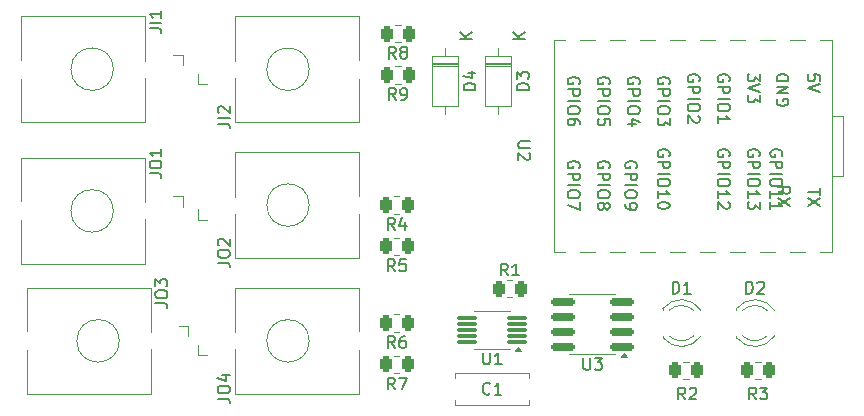
<source format=gto>
G04 #@! TF.GenerationSoftware,KiCad,Pcbnew,8.0.7*
G04 #@! TF.CreationDate,2025-06-18T10:27:30-04:00*
G04 #@! TF.ProjectId,ESP32_MIDI2CV,45535033-325f-44d4-9944-493243562e6b,rev?*
G04 #@! TF.SameCoordinates,Original*
G04 #@! TF.FileFunction,Legend,Top*
G04 #@! TF.FilePolarity,Positive*
%FSLAX46Y46*%
G04 Gerber Fmt 4.6, Leading zero omitted, Abs format (unit mm)*
G04 Created by KiCad (PCBNEW 8.0.7) date 2025-06-18 10:27:30*
%MOMM*%
%LPD*%
G01*
G04 APERTURE LIST*
G04 Aperture macros list*
%AMRoundRect*
0 Rectangle with rounded corners*
0 $1 Rounding radius*
0 $2 $3 $4 $5 $6 $7 $8 $9 X,Y pos of 4 corners*
0 Add a 4 corners polygon primitive as box body*
4,1,4,$2,$3,$4,$5,$6,$7,$8,$9,$2,$3,0*
0 Add four circle primitives for the rounded corners*
1,1,$1+$1,$2,$3*
1,1,$1+$1,$4,$5*
1,1,$1+$1,$6,$7*
1,1,$1+$1,$8,$9*
0 Add four rect primitives between the rounded corners*
20,1,$1+$1,$2,$3,$4,$5,0*
20,1,$1+$1,$4,$5,$6,$7,0*
20,1,$1+$1,$6,$7,$8,$9,0*
20,1,$1+$1,$8,$9,$2,$3,0*%
%AMFreePoly0*
4,1,11,0.600000,-3.000000,0.580902,-3.058779,0.530902,-3.095106,0.500000,-3.100000,-0.500000,-3.100000,-0.558779,-3.080902,-0.595106,-3.030902,-0.600000,-3.000000,-0.600000,1.000000,0.600000,1.000000,0.600000,-3.000000,0.600000,-3.000000,$1*%
G04 Aperture macros list end*
%ADD10C,0.150000*%
%ADD11C,0.120000*%
%ADD12R,1.830000X1.930000*%
%ADD13C,2.130000*%
%ADD14RoundRect,0.250000X0.262500X0.450000X-0.262500X0.450000X-0.262500X-0.450000X0.262500X-0.450000X0*%
%ADD15R,1.800000X1.800000*%
%ADD16C,1.800000*%
%ADD17RoundRect,0.150000X0.825000X0.150000X-0.825000X0.150000X-0.825000X-0.150000X0.825000X-0.150000X0*%
%ADD18RoundRect,0.087500X0.725000X0.087500X-0.725000X0.087500X-0.725000X-0.087500X0.725000X-0.087500X0*%
%ADD19R,1.600000X1.600000*%
%ADD20O,1.600000X1.600000*%
%ADD21C,1.600000*%
%ADD22RoundRect,0.250000X-0.262500X-0.450000X0.262500X-0.450000X0.262500X0.450000X-0.262500X0.450000X0*%
%ADD23FreePoly0,180.000000*%
%ADD24FreePoly0,0.000000*%
G04 APERTURE END LIST*
D10*
X151254819Y-64387142D02*
X151969104Y-64387142D01*
X151969104Y-64387142D02*
X152111961Y-64434761D01*
X152111961Y-64434761D02*
X152207200Y-64529999D01*
X152207200Y-64529999D02*
X152254819Y-64672856D01*
X152254819Y-64672856D02*
X152254819Y-64768094D01*
X151254819Y-63720475D02*
X151254819Y-63529999D01*
X151254819Y-63529999D02*
X151302438Y-63434761D01*
X151302438Y-63434761D02*
X151397676Y-63339523D01*
X151397676Y-63339523D02*
X151588152Y-63291904D01*
X151588152Y-63291904D02*
X151921485Y-63291904D01*
X151921485Y-63291904D02*
X152111961Y-63339523D01*
X152111961Y-63339523D02*
X152207200Y-63434761D01*
X152207200Y-63434761D02*
X152254819Y-63529999D01*
X152254819Y-63529999D02*
X152254819Y-63720475D01*
X152254819Y-63720475D02*
X152207200Y-63815713D01*
X152207200Y-63815713D02*
X152111961Y-63910951D01*
X152111961Y-63910951D02*
X151921485Y-63958570D01*
X151921485Y-63958570D02*
X151588152Y-63958570D01*
X151588152Y-63958570D02*
X151397676Y-63910951D01*
X151397676Y-63910951D02*
X151302438Y-63815713D01*
X151302438Y-63815713D02*
X151254819Y-63720475D01*
X151588152Y-62434761D02*
X152254819Y-62434761D01*
X151207200Y-62672856D02*
X151921485Y-62910951D01*
X151921485Y-62910951D02*
X151921485Y-62291904D01*
X145974819Y-56327142D02*
X146689104Y-56327142D01*
X146689104Y-56327142D02*
X146831961Y-56374761D01*
X146831961Y-56374761D02*
X146927200Y-56469999D01*
X146927200Y-56469999D02*
X146974819Y-56612856D01*
X146974819Y-56612856D02*
X146974819Y-56708094D01*
X145974819Y-55660475D02*
X145974819Y-55469999D01*
X145974819Y-55469999D02*
X146022438Y-55374761D01*
X146022438Y-55374761D02*
X146117676Y-55279523D01*
X146117676Y-55279523D02*
X146308152Y-55231904D01*
X146308152Y-55231904D02*
X146641485Y-55231904D01*
X146641485Y-55231904D02*
X146831961Y-55279523D01*
X146831961Y-55279523D02*
X146927200Y-55374761D01*
X146927200Y-55374761D02*
X146974819Y-55469999D01*
X146974819Y-55469999D02*
X146974819Y-55660475D01*
X146974819Y-55660475D02*
X146927200Y-55755713D01*
X146927200Y-55755713D02*
X146831961Y-55850951D01*
X146831961Y-55850951D02*
X146641485Y-55898570D01*
X146641485Y-55898570D02*
X146308152Y-55898570D01*
X146308152Y-55898570D02*
X146117676Y-55850951D01*
X146117676Y-55850951D02*
X146022438Y-55755713D01*
X146022438Y-55755713D02*
X145974819Y-55660475D01*
X145974819Y-54898570D02*
X145974819Y-54279523D01*
X145974819Y-54279523D02*
X146355771Y-54612856D01*
X146355771Y-54612856D02*
X146355771Y-54469999D01*
X146355771Y-54469999D02*
X146403390Y-54374761D01*
X146403390Y-54374761D02*
X146451009Y-54327142D01*
X146451009Y-54327142D02*
X146546247Y-54279523D01*
X146546247Y-54279523D02*
X146784342Y-54279523D01*
X146784342Y-54279523D02*
X146879580Y-54327142D01*
X146879580Y-54327142D02*
X146927200Y-54374761D01*
X146927200Y-54374761D02*
X146974819Y-54469999D01*
X146974819Y-54469999D02*
X146974819Y-54755713D01*
X146974819Y-54755713D02*
X146927200Y-54850951D01*
X146927200Y-54850951D02*
X146879580Y-54898570D01*
X151254819Y-52887142D02*
X151969104Y-52887142D01*
X151969104Y-52887142D02*
X152111961Y-52934761D01*
X152111961Y-52934761D02*
X152207200Y-53029999D01*
X152207200Y-53029999D02*
X152254819Y-53172856D01*
X152254819Y-53172856D02*
X152254819Y-53268094D01*
X151254819Y-52220475D02*
X151254819Y-52029999D01*
X151254819Y-52029999D02*
X151302438Y-51934761D01*
X151302438Y-51934761D02*
X151397676Y-51839523D01*
X151397676Y-51839523D02*
X151588152Y-51791904D01*
X151588152Y-51791904D02*
X151921485Y-51791904D01*
X151921485Y-51791904D02*
X152111961Y-51839523D01*
X152111961Y-51839523D02*
X152207200Y-51934761D01*
X152207200Y-51934761D02*
X152254819Y-52029999D01*
X152254819Y-52029999D02*
X152254819Y-52220475D01*
X152254819Y-52220475D02*
X152207200Y-52315713D01*
X152207200Y-52315713D02*
X152111961Y-52410951D01*
X152111961Y-52410951D02*
X151921485Y-52458570D01*
X151921485Y-52458570D02*
X151588152Y-52458570D01*
X151588152Y-52458570D02*
X151397676Y-52410951D01*
X151397676Y-52410951D02*
X151302438Y-52315713D01*
X151302438Y-52315713D02*
X151254819Y-52220475D01*
X151350057Y-51410951D02*
X151302438Y-51363332D01*
X151302438Y-51363332D02*
X151254819Y-51268094D01*
X151254819Y-51268094D02*
X151254819Y-51029999D01*
X151254819Y-51029999D02*
X151302438Y-50934761D01*
X151302438Y-50934761D02*
X151350057Y-50887142D01*
X151350057Y-50887142D02*
X151445295Y-50839523D01*
X151445295Y-50839523D02*
X151540533Y-50839523D01*
X151540533Y-50839523D02*
X151683390Y-50887142D01*
X151683390Y-50887142D02*
X152254819Y-51458570D01*
X152254819Y-51458570D02*
X152254819Y-50839523D01*
X145474819Y-45327142D02*
X146189104Y-45327142D01*
X146189104Y-45327142D02*
X146331961Y-45374761D01*
X146331961Y-45374761D02*
X146427200Y-45469999D01*
X146427200Y-45469999D02*
X146474819Y-45612856D01*
X146474819Y-45612856D02*
X146474819Y-45708094D01*
X145474819Y-44660475D02*
X145474819Y-44469999D01*
X145474819Y-44469999D02*
X145522438Y-44374761D01*
X145522438Y-44374761D02*
X145617676Y-44279523D01*
X145617676Y-44279523D02*
X145808152Y-44231904D01*
X145808152Y-44231904D02*
X146141485Y-44231904D01*
X146141485Y-44231904D02*
X146331961Y-44279523D01*
X146331961Y-44279523D02*
X146427200Y-44374761D01*
X146427200Y-44374761D02*
X146474819Y-44469999D01*
X146474819Y-44469999D02*
X146474819Y-44660475D01*
X146474819Y-44660475D02*
X146427200Y-44755713D01*
X146427200Y-44755713D02*
X146331961Y-44850951D01*
X146331961Y-44850951D02*
X146141485Y-44898570D01*
X146141485Y-44898570D02*
X145808152Y-44898570D01*
X145808152Y-44898570D02*
X145617676Y-44850951D01*
X145617676Y-44850951D02*
X145522438Y-44755713D01*
X145522438Y-44755713D02*
X145474819Y-44660475D01*
X146474819Y-43279523D02*
X146474819Y-43850951D01*
X146474819Y-43565237D02*
X145474819Y-43565237D01*
X145474819Y-43565237D02*
X145617676Y-43660475D01*
X145617676Y-43660475D02*
X145712914Y-43755713D01*
X145712914Y-43755713D02*
X145760533Y-43850951D01*
X151254819Y-41101428D02*
X151969104Y-41101428D01*
X151969104Y-41101428D02*
X152111961Y-41149047D01*
X152111961Y-41149047D02*
X152207200Y-41244285D01*
X152207200Y-41244285D02*
X152254819Y-41387142D01*
X152254819Y-41387142D02*
X152254819Y-41482380D01*
X152254819Y-40625237D02*
X151254819Y-40625237D01*
X151350057Y-40196666D02*
X151302438Y-40149047D01*
X151302438Y-40149047D02*
X151254819Y-40053809D01*
X151254819Y-40053809D02*
X151254819Y-39815714D01*
X151254819Y-39815714D02*
X151302438Y-39720476D01*
X151302438Y-39720476D02*
X151350057Y-39672857D01*
X151350057Y-39672857D02*
X151445295Y-39625238D01*
X151445295Y-39625238D02*
X151540533Y-39625238D01*
X151540533Y-39625238D02*
X151683390Y-39672857D01*
X151683390Y-39672857D02*
X152254819Y-40244285D01*
X152254819Y-40244285D02*
X152254819Y-39625238D01*
X145474819Y-33041428D02*
X146189104Y-33041428D01*
X146189104Y-33041428D02*
X146331961Y-33089047D01*
X146331961Y-33089047D02*
X146427200Y-33184285D01*
X146427200Y-33184285D02*
X146474819Y-33327142D01*
X146474819Y-33327142D02*
X146474819Y-33422380D01*
X146474819Y-32565237D02*
X145474819Y-32565237D01*
X146474819Y-31565238D02*
X146474819Y-32136666D01*
X146474819Y-31850952D02*
X145474819Y-31850952D01*
X145474819Y-31850952D02*
X145617676Y-31946190D01*
X145617676Y-31946190D02*
X145712914Y-32041428D01*
X145712914Y-32041428D02*
X145760533Y-32136666D01*
X166245833Y-50104819D02*
X165912500Y-49628628D01*
X165674405Y-50104819D02*
X165674405Y-49104819D01*
X165674405Y-49104819D02*
X166055357Y-49104819D01*
X166055357Y-49104819D02*
X166150595Y-49152438D01*
X166150595Y-49152438D02*
X166198214Y-49200057D01*
X166198214Y-49200057D02*
X166245833Y-49295295D01*
X166245833Y-49295295D02*
X166245833Y-49438152D01*
X166245833Y-49438152D02*
X166198214Y-49533390D01*
X166198214Y-49533390D02*
X166150595Y-49581009D01*
X166150595Y-49581009D02*
X166055357Y-49628628D01*
X166055357Y-49628628D02*
X165674405Y-49628628D01*
X167102976Y-49438152D02*
X167102976Y-50104819D01*
X166864881Y-49057200D02*
X166626786Y-49771485D01*
X166626786Y-49771485D02*
X167245833Y-49771485D01*
X189761905Y-55494819D02*
X189761905Y-54494819D01*
X189761905Y-54494819D02*
X190000000Y-54494819D01*
X190000000Y-54494819D02*
X190142857Y-54542438D01*
X190142857Y-54542438D02*
X190238095Y-54637676D01*
X190238095Y-54637676D02*
X190285714Y-54732914D01*
X190285714Y-54732914D02*
X190333333Y-54923390D01*
X190333333Y-54923390D02*
X190333333Y-55066247D01*
X190333333Y-55066247D02*
X190285714Y-55256723D01*
X190285714Y-55256723D02*
X190238095Y-55351961D01*
X190238095Y-55351961D02*
X190142857Y-55447200D01*
X190142857Y-55447200D02*
X190000000Y-55494819D01*
X190000000Y-55494819D02*
X189761905Y-55494819D01*
X191285714Y-55494819D02*
X190714286Y-55494819D01*
X191000000Y-55494819D02*
X191000000Y-54494819D01*
X191000000Y-54494819D02*
X190904762Y-54637676D01*
X190904762Y-54637676D02*
X190809524Y-54732914D01*
X190809524Y-54732914D02*
X190714286Y-54780533D01*
X182213095Y-60949819D02*
X182213095Y-61759342D01*
X182213095Y-61759342D02*
X182260714Y-61854580D01*
X182260714Y-61854580D02*
X182308333Y-61902200D01*
X182308333Y-61902200D02*
X182403571Y-61949819D01*
X182403571Y-61949819D02*
X182594047Y-61949819D01*
X182594047Y-61949819D02*
X182689285Y-61902200D01*
X182689285Y-61902200D02*
X182736904Y-61854580D01*
X182736904Y-61854580D02*
X182784523Y-61759342D01*
X182784523Y-61759342D02*
X182784523Y-60949819D01*
X183165476Y-60949819D02*
X183784523Y-60949819D01*
X183784523Y-60949819D02*
X183451190Y-61330771D01*
X183451190Y-61330771D02*
X183594047Y-61330771D01*
X183594047Y-61330771D02*
X183689285Y-61378390D01*
X183689285Y-61378390D02*
X183736904Y-61426009D01*
X183736904Y-61426009D02*
X183784523Y-61521247D01*
X183784523Y-61521247D02*
X183784523Y-61759342D01*
X183784523Y-61759342D02*
X183736904Y-61854580D01*
X183736904Y-61854580D02*
X183689285Y-61902200D01*
X183689285Y-61902200D02*
X183594047Y-61949819D01*
X183594047Y-61949819D02*
X183308333Y-61949819D01*
X183308333Y-61949819D02*
X183213095Y-61902200D01*
X183213095Y-61902200D02*
X183165476Y-61854580D01*
X173713095Y-60499819D02*
X173713095Y-61309342D01*
X173713095Y-61309342D02*
X173760714Y-61404580D01*
X173760714Y-61404580D02*
X173808333Y-61452200D01*
X173808333Y-61452200D02*
X173903571Y-61499819D01*
X173903571Y-61499819D02*
X174094047Y-61499819D01*
X174094047Y-61499819D02*
X174189285Y-61452200D01*
X174189285Y-61452200D02*
X174236904Y-61404580D01*
X174236904Y-61404580D02*
X174284523Y-61309342D01*
X174284523Y-61309342D02*
X174284523Y-60499819D01*
X175284523Y-61499819D02*
X174713095Y-61499819D01*
X174998809Y-61499819D02*
X174998809Y-60499819D01*
X174998809Y-60499819D02*
X174903571Y-60642676D01*
X174903571Y-60642676D02*
X174808333Y-60737914D01*
X174808333Y-60737914D02*
X174713095Y-60785533D01*
X175808333Y-53954819D02*
X175475000Y-53478628D01*
X175236905Y-53954819D02*
X175236905Y-52954819D01*
X175236905Y-52954819D02*
X175617857Y-52954819D01*
X175617857Y-52954819D02*
X175713095Y-53002438D01*
X175713095Y-53002438D02*
X175760714Y-53050057D01*
X175760714Y-53050057D02*
X175808333Y-53145295D01*
X175808333Y-53145295D02*
X175808333Y-53288152D01*
X175808333Y-53288152D02*
X175760714Y-53383390D01*
X175760714Y-53383390D02*
X175713095Y-53431009D01*
X175713095Y-53431009D02*
X175617857Y-53478628D01*
X175617857Y-53478628D02*
X175236905Y-53478628D01*
X176760714Y-53954819D02*
X176189286Y-53954819D01*
X176475000Y-53954819D02*
X176475000Y-52954819D01*
X176475000Y-52954819D02*
X176379762Y-53097676D01*
X176379762Y-53097676D02*
X176284524Y-53192914D01*
X176284524Y-53192914D02*
X176189286Y-53240533D01*
X177574819Y-38238094D02*
X176574819Y-38238094D01*
X176574819Y-38238094D02*
X176574819Y-37999999D01*
X176574819Y-37999999D02*
X176622438Y-37857142D01*
X176622438Y-37857142D02*
X176717676Y-37761904D01*
X176717676Y-37761904D02*
X176812914Y-37714285D01*
X176812914Y-37714285D02*
X177003390Y-37666666D01*
X177003390Y-37666666D02*
X177146247Y-37666666D01*
X177146247Y-37666666D02*
X177336723Y-37714285D01*
X177336723Y-37714285D02*
X177431961Y-37761904D01*
X177431961Y-37761904D02*
X177527200Y-37857142D01*
X177527200Y-37857142D02*
X177574819Y-37999999D01*
X177574819Y-37999999D02*
X177574819Y-38238094D01*
X176574819Y-37333332D02*
X176574819Y-36714285D01*
X176574819Y-36714285D02*
X176955771Y-37047618D01*
X176955771Y-37047618D02*
X176955771Y-36904761D01*
X176955771Y-36904761D02*
X177003390Y-36809523D01*
X177003390Y-36809523D02*
X177051009Y-36761904D01*
X177051009Y-36761904D02*
X177146247Y-36714285D01*
X177146247Y-36714285D02*
X177384342Y-36714285D01*
X177384342Y-36714285D02*
X177479580Y-36761904D01*
X177479580Y-36761904D02*
X177527200Y-36809523D01*
X177527200Y-36809523D02*
X177574819Y-36904761D01*
X177574819Y-36904761D02*
X177574819Y-37190475D01*
X177574819Y-37190475D02*
X177527200Y-37285713D01*
X177527200Y-37285713D02*
X177479580Y-37333332D01*
X177254819Y-33951904D02*
X176254819Y-33951904D01*
X177254819Y-33380476D02*
X176683390Y-33809047D01*
X176254819Y-33380476D02*
X176826247Y-33951904D01*
X166245833Y-60104819D02*
X165912500Y-59628628D01*
X165674405Y-60104819D02*
X165674405Y-59104819D01*
X165674405Y-59104819D02*
X166055357Y-59104819D01*
X166055357Y-59104819D02*
X166150595Y-59152438D01*
X166150595Y-59152438D02*
X166198214Y-59200057D01*
X166198214Y-59200057D02*
X166245833Y-59295295D01*
X166245833Y-59295295D02*
X166245833Y-59438152D01*
X166245833Y-59438152D02*
X166198214Y-59533390D01*
X166198214Y-59533390D02*
X166150595Y-59581009D01*
X166150595Y-59581009D02*
X166055357Y-59628628D01*
X166055357Y-59628628D02*
X165674405Y-59628628D01*
X167102976Y-59104819D02*
X166912500Y-59104819D01*
X166912500Y-59104819D02*
X166817262Y-59152438D01*
X166817262Y-59152438D02*
X166769643Y-59200057D01*
X166769643Y-59200057D02*
X166674405Y-59342914D01*
X166674405Y-59342914D02*
X166626786Y-59533390D01*
X166626786Y-59533390D02*
X166626786Y-59914342D01*
X166626786Y-59914342D02*
X166674405Y-60009580D01*
X166674405Y-60009580D02*
X166722024Y-60057200D01*
X166722024Y-60057200D02*
X166817262Y-60104819D01*
X166817262Y-60104819D02*
X167007738Y-60104819D01*
X167007738Y-60104819D02*
X167102976Y-60057200D01*
X167102976Y-60057200D02*
X167150595Y-60009580D01*
X167150595Y-60009580D02*
X167198214Y-59914342D01*
X167198214Y-59914342D02*
X167198214Y-59676247D01*
X167198214Y-59676247D02*
X167150595Y-59581009D01*
X167150595Y-59581009D02*
X167102976Y-59533390D01*
X167102976Y-59533390D02*
X167007738Y-59485771D01*
X167007738Y-59485771D02*
X166817262Y-59485771D01*
X166817262Y-59485771D02*
X166722024Y-59533390D01*
X166722024Y-59533390D02*
X166674405Y-59581009D01*
X166674405Y-59581009D02*
X166626786Y-59676247D01*
X195991905Y-55494819D02*
X195991905Y-54494819D01*
X195991905Y-54494819D02*
X196230000Y-54494819D01*
X196230000Y-54494819D02*
X196372857Y-54542438D01*
X196372857Y-54542438D02*
X196468095Y-54637676D01*
X196468095Y-54637676D02*
X196515714Y-54732914D01*
X196515714Y-54732914D02*
X196563333Y-54923390D01*
X196563333Y-54923390D02*
X196563333Y-55066247D01*
X196563333Y-55066247D02*
X196515714Y-55256723D01*
X196515714Y-55256723D02*
X196468095Y-55351961D01*
X196468095Y-55351961D02*
X196372857Y-55447200D01*
X196372857Y-55447200D02*
X196230000Y-55494819D01*
X196230000Y-55494819D02*
X195991905Y-55494819D01*
X196944286Y-54590057D02*
X196991905Y-54542438D01*
X196991905Y-54542438D02*
X197087143Y-54494819D01*
X197087143Y-54494819D02*
X197325238Y-54494819D01*
X197325238Y-54494819D02*
X197420476Y-54542438D01*
X197420476Y-54542438D02*
X197468095Y-54590057D01*
X197468095Y-54590057D02*
X197515714Y-54685295D01*
X197515714Y-54685295D02*
X197515714Y-54780533D01*
X197515714Y-54780533D02*
X197468095Y-54923390D01*
X197468095Y-54923390D02*
X196896667Y-55494819D01*
X196896667Y-55494819D02*
X197515714Y-55494819D01*
X166333333Y-35604819D02*
X166000000Y-35128628D01*
X165761905Y-35604819D02*
X165761905Y-34604819D01*
X165761905Y-34604819D02*
X166142857Y-34604819D01*
X166142857Y-34604819D02*
X166238095Y-34652438D01*
X166238095Y-34652438D02*
X166285714Y-34700057D01*
X166285714Y-34700057D02*
X166333333Y-34795295D01*
X166333333Y-34795295D02*
X166333333Y-34938152D01*
X166333333Y-34938152D02*
X166285714Y-35033390D01*
X166285714Y-35033390D02*
X166238095Y-35081009D01*
X166238095Y-35081009D02*
X166142857Y-35128628D01*
X166142857Y-35128628D02*
X165761905Y-35128628D01*
X166904762Y-35033390D02*
X166809524Y-34985771D01*
X166809524Y-34985771D02*
X166761905Y-34938152D01*
X166761905Y-34938152D02*
X166714286Y-34842914D01*
X166714286Y-34842914D02*
X166714286Y-34795295D01*
X166714286Y-34795295D02*
X166761905Y-34700057D01*
X166761905Y-34700057D02*
X166809524Y-34652438D01*
X166809524Y-34652438D02*
X166904762Y-34604819D01*
X166904762Y-34604819D02*
X167095238Y-34604819D01*
X167095238Y-34604819D02*
X167190476Y-34652438D01*
X167190476Y-34652438D02*
X167238095Y-34700057D01*
X167238095Y-34700057D02*
X167285714Y-34795295D01*
X167285714Y-34795295D02*
X167285714Y-34842914D01*
X167285714Y-34842914D02*
X167238095Y-34938152D01*
X167238095Y-34938152D02*
X167190476Y-34985771D01*
X167190476Y-34985771D02*
X167095238Y-35033390D01*
X167095238Y-35033390D02*
X166904762Y-35033390D01*
X166904762Y-35033390D02*
X166809524Y-35081009D01*
X166809524Y-35081009D02*
X166761905Y-35128628D01*
X166761905Y-35128628D02*
X166714286Y-35223866D01*
X166714286Y-35223866D02*
X166714286Y-35414342D01*
X166714286Y-35414342D02*
X166761905Y-35509580D01*
X166761905Y-35509580D02*
X166809524Y-35557200D01*
X166809524Y-35557200D02*
X166904762Y-35604819D01*
X166904762Y-35604819D02*
X167095238Y-35604819D01*
X167095238Y-35604819D02*
X167190476Y-35557200D01*
X167190476Y-35557200D02*
X167238095Y-35509580D01*
X167238095Y-35509580D02*
X167285714Y-35414342D01*
X167285714Y-35414342D02*
X167285714Y-35223866D01*
X167285714Y-35223866D02*
X167238095Y-35128628D01*
X167238095Y-35128628D02*
X167190476Y-35081009D01*
X167190476Y-35081009D02*
X167095238Y-35033390D01*
X166245833Y-63604819D02*
X165912500Y-63128628D01*
X165674405Y-63604819D02*
X165674405Y-62604819D01*
X165674405Y-62604819D02*
X166055357Y-62604819D01*
X166055357Y-62604819D02*
X166150595Y-62652438D01*
X166150595Y-62652438D02*
X166198214Y-62700057D01*
X166198214Y-62700057D02*
X166245833Y-62795295D01*
X166245833Y-62795295D02*
X166245833Y-62938152D01*
X166245833Y-62938152D02*
X166198214Y-63033390D01*
X166198214Y-63033390D02*
X166150595Y-63081009D01*
X166150595Y-63081009D02*
X166055357Y-63128628D01*
X166055357Y-63128628D02*
X165674405Y-63128628D01*
X166579167Y-62604819D02*
X167245833Y-62604819D01*
X167245833Y-62604819D02*
X166817262Y-63604819D01*
X166245833Y-53604819D02*
X165912500Y-53128628D01*
X165674405Y-53604819D02*
X165674405Y-52604819D01*
X165674405Y-52604819D02*
X166055357Y-52604819D01*
X166055357Y-52604819D02*
X166150595Y-52652438D01*
X166150595Y-52652438D02*
X166198214Y-52700057D01*
X166198214Y-52700057D02*
X166245833Y-52795295D01*
X166245833Y-52795295D02*
X166245833Y-52938152D01*
X166245833Y-52938152D02*
X166198214Y-53033390D01*
X166198214Y-53033390D02*
X166150595Y-53081009D01*
X166150595Y-53081009D02*
X166055357Y-53128628D01*
X166055357Y-53128628D02*
X165674405Y-53128628D01*
X167150595Y-52604819D02*
X166674405Y-52604819D01*
X166674405Y-52604819D02*
X166626786Y-53081009D01*
X166626786Y-53081009D02*
X166674405Y-53033390D01*
X166674405Y-53033390D02*
X166769643Y-52985771D01*
X166769643Y-52985771D02*
X167007738Y-52985771D01*
X167007738Y-52985771D02*
X167102976Y-53033390D01*
X167102976Y-53033390D02*
X167150595Y-53081009D01*
X167150595Y-53081009D02*
X167198214Y-53176247D01*
X167198214Y-53176247D02*
X167198214Y-53414342D01*
X167198214Y-53414342D02*
X167150595Y-53509580D01*
X167150595Y-53509580D02*
X167102976Y-53557200D01*
X167102976Y-53557200D02*
X167007738Y-53604819D01*
X167007738Y-53604819D02*
X166769643Y-53604819D01*
X166769643Y-53604819D02*
X166674405Y-53557200D01*
X166674405Y-53557200D02*
X166626786Y-53509580D01*
X173074819Y-38238094D02*
X172074819Y-38238094D01*
X172074819Y-38238094D02*
X172074819Y-37999999D01*
X172074819Y-37999999D02*
X172122438Y-37857142D01*
X172122438Y-37857142D02*
X172217676Y-37761904D01*
X172217676Y-37761904D02*
X172312914Y-37714285D01*
X172312914Y-37714285D02*
X172503390Y-37666666D01*
X172503390Y-37666666D02*
X172646247Y-37666666D01*
X172646247Y-37666666D02*
X172836723Y-37714285D01*
X172836723Y-37714285D02*
X172931961Y-37761904D01*
X172931961Y-37761904D02*
X173027200Y-37857142D01*
X173027200Y-37857142D02*
X173074819Y-37999999D01*
X173074819Y-37999999D02*
X173074819Y-38238094D01*
X172408152Y-36809523D02*
X173074819Y-36809523D01*
X172027200Y-37047618D02*
X172741485Y-37285713D01*
X172741485Y-37285713D02*
X172741485Y-36666666D01*
X172754819Y-33951904D02*
X171754819Y-33951904D01*
X172754819Y-33380476D02*
X172183390Y-33809047D01*
X171754819Y-33380476D02*
X172326247Y-33951904D01*
X174308333Y-63954580D02*
X174260714Y-64002200D01*
X174260714Y-64002200D02*
X174117857Y-64049819D01*
X174117857Y-64049819D02*
X174022619Y-64049819D01*
X174022619Y-64049819D02*
X173879762Y-64002200D01*
X173879762Y-64002200D02*
X173784524Y-63906961D01*
X173784524Y-63906961D02*
X173736905Y-63811723D01*
X173736905Y-63811723D02*
X173689286Y-63621247D01*
X173689286Y-63621247D02*
X173689286Y-63478390D01*
X173689286Y-63478390D02*
X173736905Y-63287914D01*
X173736905Y-63287914D02*
X173784524Y-63192676D01*
X173784524Y-63192676D02*
X173879762Y-63097438D01*
X173879762Y-63097438D02*
X174022619Y-63049819D01*
X174022619Y-63049819D02*
X174117857Y-63049819D01*
X174117857Y-63049819D02*
X174260714Y-63097438D01*
X174260714Y-63097438D02*
X174308333Y-63145057D01*
X175260714Y-64049819D02*
X174689286Y-64049819D01*
X174975000Y-64049819D02*
X174975000Y-63049819D01*
X174975000Y-63049819D02*
X174879762Y-63192676D01*
X174879762Y-63192676D02*
X174784524Y-63287914D01*
X174784524Y-63287914D02*
X174689286Y-63335533D01*
X166333333Y-39104819D02*
X166000000Y-38628628D01*
X165761905Y-39104819D02*
X165761905Y-38104819D01*
X165761905Y-38104819D02*
X166142857Y-38104819D01*
X166142857Y-38104819D02*
X166238095Y-38152438D01*
X166238095Y-38152438D02*
X166285714Y-38200057D01*
X166285714Y-38200057D02*
X166333333Y-38295295D01*
X166333333Y-38295295D02*
X166333333Y-38438152D01*
X166333333Y-38438152D02*
X166285714Y-38533390D01*
X166285714Y-38533390D02*
X166238095Y-38581009D01*
X166238095Y-38581009D02*
X166142857Y-38628628D01*
X166142857Y-38628628D02*
X165761905Y-38628628D01*
X166809524Y-39104819D02*
X167000000Y-39104819D01*
X167000000Y-39104819D02*
X167095238Y-39057200D01*
X167095238Y-39057200D02*
X167142857Y-39009580D01*
X167142857Y-39009580D02*
X167238095Y-38866723D01*
X167238095Y-38866723D02*
X167285714Y-38676247D01*
X167285714Y-38676247D02*
X167285714Y-38295295D01*
X167285714Y-38295295D02*
X167238095Y-38200057D01*
X167238095Y-38200057D02*
X167190476Y-38152438D01*
X167190476Y-38152438D02*
X167095238Y-38104819D01*
X167095238Y-38104819D02*
X166904762Y-38104819D01*
X166904762Y-38104819D02*
X166809524Y-38152438D01*
X166809524Y-38152438D02*
X166761905Y-38200057D01*
X166761905Y-38200057D02*
X166714286Y-38295295D01*
X166714286Y-38295295D02*
X166714286Y-38533390D01*
X166714286Y-38533390D02*
X166761905Y-38628628D01*
X166761905Y-38628628D02*
X166809524Y-38676247D01*
X166809524Y-38676247D02*
X166904762Y-38723866D01*
X166904762Y-38723866D02*
X167095238Y-38723866D01*
X167095238Y-38723866D02*
X167190476Y-38676247D01*
X167190476Y-38676247D02*
X167238095Y-38628628D01*
X167238095Y-38628628D02*
X167285714Y-38533390D01*
X196833333Y-64454819D02*
X196500000Y-63978628D01*
X196261905Y-64454819D02*
X196261905Y-63454819D01*
X196261905Y-63454819D02*
X196642857Y-63454819D01*
X196642857Y-63454819D02*
X196738095Y-63502438D01*
X196738095Y-63502438D02*
X196785714Y-63550057D01*
X196785714Y-63550057D02*
X196833333Y-63645295D01*
X196833333Y-63645295D02*
X196833333Y-63788152D01*
X196833333Y-63788152D02*
X196785714Y-63883390D01*
X196785714Y-63883390D02*
X196738095Y-63931009D01*
X196738095Y-63931009D02*
X196642857Y-63978628D01*
X196642857Y-63978628D02*
X196261905Y-63978628D01*
X197166667Y-63454819D02*
X197785714Y-63454819D01*
X197785714Y-63454819D02*
X197452381Y-63835771D01*
X197452381Y-63835771D02*
X197595238Y-63835771D01*
X197595238Y-63835771D02*
X197690476Y-63883390D01*
X197690476Y-63883390D02*
X197738095Y-63931009D01*
X197738095Y-63931009D02*
X197785714Y-64026247D01*
X197785714Y-64026247D02*
X197785714Y-64264342D01*
X197785714Y-64264342D02*
X197738095Y-64359580D01*
X197738095Y-64359580D02*
X197690476Y-64407200D01*
X197690476Y-64407200D02*
X197595238Y-64454819D01*
X197595238Y-64454819D02*
X197309524Y-64454819D01*
X197309524Y-64454819D02*
X197214286Y-64407200D01*
X197214286Y-64407200D02*
X197166667Y-64359580D01*
X177705180Y-42618095D02*
X176895657Y-42618095D01*
X176895657Y-42618095D02*
X176800419Y-42665714D01*
X176800419Y-42665714D02*
X176752800Y-42713333D01*
X176752800Y-42713333D02*
X176705180Y-42808571D01*
X176705180Y-42808571D02*
X176705180Y-42999047D01*
X176705180Y-42999047D02*
X176752800Y-43094285D01*
X176752800Y-43094285D02*
X176800419Y-43141904D01*
X176800419Y-43141904D02*
X176895657Y-43189523D01*
X176895657Y-43189523D02*
X177705180Y-43189523D01*
X177609942Y-43618095D02*
X177657561Y-43665714D01*
X177657561Y-43665714D02*
X177705180Y-43760952D01*
X177705180Y-43760952D02*
X177705180Y-43999047D01*
X177705180Y-43999047D02*
X177657561Y-44094285D01*
X177657561Y-44094285D02*
X177609942Y-44141904D01*
X177609942Y-44141904D02*
X177514704Y-44189523D01*
X177514704Y-44189523D02*
X177419466Y-44189523D01*
X177419466Y-44189523D02*
X177276609Y-44141904D01*
X177276609Y-44141904D02*
X176705180Y-43570476D01*
X176705180Y-43570476D02*
X176705180Y-44189523D01*
X202205180Y-46592267D02*
X202205180Y-47163695D01*
X201205180Y-46877981D02*
X202205180Y-46877981D01*
X202205180Y-47401791D02*
X201205180Y-48068457D01*
X202205180Y-48068457D02*
X201205180Y-47401791D01*
X198665180Y-47068457D02*
X199141371Y-46735124D01*
X198665180Y-46497029D02*
X199665180Y-46497029D01*
X199665180Y-46497029D02*
X199665180Y-46877981D01*
X199665180Y-46877981D02*
X199617561Y-46973219D01*
X199617561Y-46973219D02*
X199569942Y-47020838D01*
X199569942Y-47020838D02*
X199474704Y-47068457D01*
X199474704Y-47068457D02*
X199331847Y-47068457D01*
X199331847Y-47068457D02*
X199236609Y-47020838D01*
X199236609Y-47020838D02*
X199188990Y-46973219D01*
X199188990Y-46973219D02*
X199141371Y-46877981D01*
X199141371Y-46877981D02*
X199141371Y-46497029D01*
X199665180Y-47401791D02*
X198665180Y-48068457D01*
X199665180Y-48068457D02*
X198665180Y-47401791D01*
X198997561Y-43860588D02*
X199045180Y-43765350D01*
X199045180Y-43765350D02*
X199045180Y-43622493D01*
X199045180Y-43622493D02*
X198997561Y-43479636D01*
X198997561Y-43479636D02*
X198902323Y-43384398D01*
X198902323Y-43384398D02*
X198807085Y-43336779D01*
X198807085Y-43336779D02*
X198616609Y-43289160D01*
X198616609Y-43289160D02*
X198473752Y-43289160D01*
X198473752Y-43289160D02*
X198283276Y-43336779D01*
X198283276Y-43336779D02*
X198188038Y-43384398D01*
X198188038Y-43384398D02*
X198092800Y-43479636D01*
X198092800Y-43479636D02*
X198045180Y-43622493D01*
X198045180Y-43622493D02*
X198045180Y-43717731D01*
X198045180Y-43717731D02*
X198092800Y-43860588D01*
X198092800Y-43860588D02*
X198140419Y-43908207D01*
X198140419Y-43908207D02*
X198473752Y-43908207D01*
X198473752Y-43908207D02*
X198473752Y-43717731D01*
X198045180Y-44336779D02*
X199045180Y-44336779D01*
X199045180Y-44336779D02*
X199045180Y-44717731D01*
X199045180Y-44717731D02*
X198997561Y-44812969D01*
X198997561Y-44812969D02*
X198949942Y-44860588D01*
X198949942Y-44860588D02*
X198854704Y-44908207D01*
X198854704Y-44908207D02*
X198711847Y-44908207D01*
X198711847Y-44908207D02*
X198616609Y-44860588D01*
X198616609Y-44860588D02*
X198568990Y-44812969D01*
X198568990Y-44812969D02*
X198521371Y-44717731D01*
X198521371Y-44717731D02*
X198521371Y-44336779D01*
X198045180Y-45336779D02*
X199045180Y-45336779D01*
X199045180Y-46003445D02*
X199045180Y-46193921D01*
X199045180Y-46193921D02*
X198997561Y-46289159D01*
X198997561Y-46289159D02*
X198902323Y-46384397D01*
X198902323Y-46384397D02*
X198711847Y-46432016D01*
X198711847Y-46432016D02*
X198378514Y-46432016D01*
X198378514Y-46432016D02*
X198188038Y-46384397D01*
X198188038Y-46384397D02*
X198092800Y-46289159D01*
X198092800Y-46289159D02*
X198045180Y-46193921D01*
X198045180Y-46193921D02*
X198045180Y-46003445D01*
X198045180Y-46003445D02*
X198092800Y-45908207D01*
X198092800Y-45908207D02*
X198188038Y-45812969D01*
X198188038Y-45812969D02*
X198378514Y-45765350D01*
X198378514Y-45765350D02*
X198711847Y-45765350D01*
X198711847Y-45765350D02*
X198902323Y-45812969D01*
X198902323Y-45812969D02*
X198997561Y-45908207D01*
X198997561Y-45908207D02*
X199045180Y-46003445D01*
X198045180Y-47384397D02*
X198045180Y-46812969D01*
X198045180Y-47098683D02*
X199045180Y-47098683D01*
X199045180Y-47098683D02*
X198902323Y-47003445D01*
X198902323Y-47003445D02*
X198807085Y-46908207D01*
X198807085Y-46908207D02*
X198759466Y-46812969D01*
X198045180Y-48336778D02*
X198045180Y-47765350D01*
X198045180Y-48051064D02*
X199045180Y-48051064D01*
X199045180Y-48051064D02*
X198902323Y-47955826D01*
X198902323Y-47955826D02*
X198807085Y-47860588D01*
X198807085Y-47860588D02*
X198759466Y-47765350D01*
X198622438Y-39034398D02*
X198574819Y-39129636D01*
X198574819Y-39129636D02*
X198574819Y-39272493D01*
X198574819Y-39272493D02*
X198622438Y-39415350D01*
X198622438Y-39415350D02*
X198717676Y-39510588D01*
X198717676Y-39510588D02*
X198812914Y-39558207D01*
X198812914Y-39558207D02*
X199003390Y-39605826D01*
X199003390Y-39605826D02*
X199146247Y-39605826D01*
X199146247Y-39605826D02*
X199336723Y-39558207D01*
X199336723Y-39558207D02*
X199431961Y-39510588D01*
X199431961Y-39510588D02*
X199527200Y-39415350D01*
X199527200Y-39415350D02*
X199574819Y-39272493D01*
X199574819Y-39272493D02*
X199574819Y-39177255D01*
X199574819Y-39177255D02*
X199527200Y-39034398D01*
X199527200Y-39034398D02*
X199479580Y-38986779D01*
X199479580Y-38986779D02*
X199146247Y-38986779D01*
X199146247Y-38986779D02*
X199146247Y-39177255D01*
X199574819Y-38558207D02*
X198574819Y-38558207D01*
X198574819Y-38558207D02*
X199574819Y-37986779D01*
X199574819Y-37986779D02*
X198574819Y-37986779D01*
X199574819Y-37510588D02*
X198574819Y-37510588D01*
X198574819Y-37510588D02*
X198574819Y-37272493D01*
X198574819Y-37272493D02*
X198622438Y-37129636D01*
X198622438Y-37129636D02*
X198717676Y-37034398D01*
X198717676Y-37034398D02*
X198812914Y-36986779D01*
X198812914Y-36986779D02*
X199003390Y-36939160D01*
X199003390Y-36939160D02*
X199146247Y-36939160D01*
X199146247Y-36939160D02*
X199336723Y-36986779D01*
X199336723Y-36986779D02*
X199431961Y-37034398D01*
X199431961Y-37034398D02*
X199527200Y-37129636D01*
X199527200Y-37129636D02*
X199574819Y-37272493D01*
X199574819Y-37272493D02*
X199574819Y-37510588D01*
X184377561Y-44860588D02*
X184425180Y-44765350D01*
X184425180Y-44765350D02*
X184425180Y-44622493D01*
X184425180Y-44622493D02*
X184377561Y-44479636D01*
X184377561Y-44479636D02*
X184282323Y-44384398D01*
X184282323Y-44384398D02*
X184187085Y-44336779D01*
X184187085Y-44336779D02*
X183996609Y-44289160D01*
X183996609Y-44289160D02*
X183853752Y-44289160D01*
X183853752Y-44289160D02*
X183663276Y-44336779D01*
X183663276Y-44336779D02*
X183568038Y-44384398D01*
X183568038Y-44384398D02*
X183472800Y-44479636D01*
X183472800Y-44479636D02*
X183425180Y-44622493D01*
X183425180Y-44622493D02*
X183425180Y-44717731D01*
X183425180Y-44717731D02*
X183472800Y-44860588D01*
X183472800Y-44860588D02*
X183520419Y-44908207D01*
X183520419Y-44908207D02*
X183853752Y-44908207D01*
X183853752Y-44908207D02*
X183853752Y-44717731D01*
X183425180Y-45336779D02*
X184425180Y-45336779D01*
X184425180Y-45336779D02*
X184425180Y-45717731D01*
X184425180Y-45717731D02*
X184377561Y-45812969D01*
X184377561Y-45812969D02*
X184329942Y-45860588D01*
X184329942Y-45860588D02*
X184234704Y-45908207D01*
X184234704Y-45908207D02*
X184091847Y-45908207D01*
X184091847Y-45908207D02*
X183996609Y-45860588D01*
X183996609Y-45860588D02*
X183948990Y-45812969D01*
X183948990Y-45812969D02*
X183901371Y-45717731D01*
X183901371Y-45717731D02*
X183901371Y-45336779D01*
X183425180Y-46336779D02*
X184425180Y-46336779D01*
X184425180Y-47003445D02*
X184425180Y-47193921D01*
X184425180Y-47193921D02*
X184377561Y-47289159D01*
X184377561Y-47289159D02*
X184282323Y-47384397D01*
X184282323Y-47384397D02*
X184091847Y-47432016D01*
X184091847Y-47432016D02*
X183758514Y-47432016D01*
X183758514Y-47432016D02*
X183568038Y-47384397D01*
X183568038Y-47384397D02*
X183472800Y-47289159D01*
X183472800Y-47289159D02*
X183425180Y-47193921D01*
X183425180Y-47193921D02*
X183425180Y-47003445D01*
X183425180Y-47003445D02*
X183472800Y-46908207D01*
X183472800Y-46908207D02*
X183568038Y-46812969D01*
X183568038Y-46812969D02*
X183758514Y-46765350D01*
X183758514Y-46765350D02*
X184091847Y-46765350D01*
X184091847Y-46765350D02*
X184282323Y-46812969D01*
X184282323Y-46812969D02*
X184377561Y-46908207D01*
X184377561Y-46908207D02*
X184425180Y-47003445D01*
X183996609Y-48003445D02*
X184044228Y-47908207D01*
X184044228Y-47908207D02*
X184091847Y-47860588D01*
X184091847Y-47860588D02*
X184187085Y-47812969D01*
X184187085Y-47812969D02*
X184234704Y-47812969D01*
X184234704Y-47812969D02*
X184329942Y-47860588D01*
X184329942Y-47860588D02*
X184377561Y-47908207D01*
X184377561Y-47908207D02*
X184425180Y-48003445D01*
X184425180Y-48003445D02*
X184425180Y-48193921D01*
X184425180Y-48193921D02*
X184377561Y-48289159D01*
X184377561Y-48289159D02*
X184329942Y-48336778D01*
X184329942Y-48336778D02*
X184234704Y-48384397D01*
X184234704Y-48384397D02*
X184187085Y-48384397D01*
X184187085Y-48384397D02*
X184091847Y-48336778D01*
X184091847Y-48336778D02*
X184044228Y-48289159D01*
X184044228Y-48289159D02*
X183996609Y-48193921D01*
X183996609Y-48193921D02*
X183996609Y-48003445D01*
X183996609Y-48003445D02*
X183948990Y-47908207D01*
X183948990Y-47908207D02*
X183901371Y-47860588D01*
X183901371Y-47860588D02*
X183806133Y-47812969D01*
X183806133Y-47812969D02*
X183615657Y-47812969D01*
X183615657Y-47812969D02*
X183520419Y-47860588D01*
X183520419Y-47860588D02*
X183472800Y-47908207D01*
X183472800Y-47908207D02*
X183425180Y-48003445D01*
X183425180Y-48003445D02*
X183425180Y-48193921D01*
X183425180Y-48193921D02*
X183472800Y-48289159D01*
X183472800Y-48289159D02*
X183520419Y-48336778D01*
X183520419Y-48336778D02*
X183615657Y-48384397D01*
X183615657Y-48384397D02*
X183806133Y-48384397D01*
X183806133Y-48384397D02*
X183901371Y-48336778D01*
X183901371Y-48336778D02*
X183948990Y-48289159D01*
X183948990Y-48289159D02*
X183996609Y-48193921D01*
X197125180Y-36891541D02*
X197125180Y-37510588D01*
X197125180Y-37510588D02*
X196744228Y-37177255D01*
X196744228Y-37177255D02*
X196744228Y-37320112D01*
X196744228Y-37320112D02*
X196696609Y-37415350D01*
X196696609Y-37415350D02*
X196648990Y-37462969D01*
X196648990Y-37462969D02*
X196553752Y-37510588D01*
X196553752Y-37510588D02*
X196315657Y-37510588D01*
X196315657Y-37510588D02*
X196220419Y-37462969D01*
X196220419Y-37462969D02*
X196172800Y-37415350D01*
X196172800Y-37415350D02*
X196125180Y-37320112D01*
X196125180Y-37320112D02*
X196125180Y-37034398D01*
X196125180Y-37034398D02*
X196172800Y-36939160D01*
X196172800Y-36939160D02*
X196220419Y-36891541D01*
X197125180Y-37796303D02*
X196125180Y-38129636D01*
X196125180Y-38129636D02*
X197125180Y-38462969D01*
X197125180Y-38701065D02*
X197125180Y-39320112D01*
X197125180Y-39320112D02*
X196744228Y-38986779D01*
X196744228Y-38986779D02*
X196744228Y-39129636D01*
X196744228Y-39129636D02*
X196696609Y-39224874D01*
X196696609Y-39224874D02*
X196648990Y-39272493D01*
X196648990Y-39272493D02*
X196553752Y-39320112D01*
X196553752Y-39320112D02*
X196315657Y-39320112D01*
X196315657Y-39320112D02*
X196220419Y-39272493D01*
X196220419Y-39272493D02*
X196172800Y-39224874D01*
X196172800Y-39224874D02*
X196125180Y-39129636D01*
X196125180Y-39129636D02*
X196125180Y-38843922D01*
X196125180Y-38843922D02*
X196172800Y-38748684D01*
X196172800Y-38748684D02*
X196220419Y-38701065D01*
X186917561Y-37740587D02*
X186965180Y-37645349D01*
X186965180Y-37645349D02*
X186965180Y-37502492D01*
X186965180Y-37502492D02*
X186917561Y-37359635D01*
X186917561Y-37359635D02*
X186822323Y-37264397D01*
X186822323Y-37264397D02*
X186727085Y-37216778D01*
X186727085Y-37216778D02*
X186536609Y-37169159D01*
X186536609Y-37169159D02*
X186393752Y-37169159D01*
X186393752Y-37169159D02*
X186203276Y-37216778D01*
X186203276Y-37216778D02*
X186108038Y-37264397D01*
X186108038Y-37264397D02*
X186012800Y-37359635D01*
X186012800Y-37359635D02*
X185965180Y-37502492D01*
X185965180Y-37502492D02*
X185965180Y-37597730D01*
X185965180Y-37597730D02*
X186012800Y-37740587D01*
X186012800Y-37740587D02*
X186060419Y-37788206D01*
X186060419Y-37788206D02*
X186393752Y-37788206D01*
X186393752Y-37788206D02*
X186393752Y-37597730D01*
X185965180Y-38216778D02*
X186965180Y-38216778D01*
X186965180Y-38216778D02*
X186965180Y-38597730D01*
X186965180Y-38597730D02*
X186917561Y-38692968D01*
X186917561Y-38692968D02*
X186869942Y-38740587D01*
X186869942Y-38740587D02*
X186774704Y-38788206D01*
X186774704Y-38788206D02*
X186631847Y-38788206D01*
X186631847Y-38788206D02*
X186536609Y-38740587D01*
X186536609Y-38740587D02*
X186488990Y-38692968D01*
X186488990Y-38692968D02*
X186441371Y-38597730D01*
X186441371Y-38597730D02*
X186441371Y-38216778D01*
X185965180Y-39216778D02*
X186965180Y-39216778D01*
X186965180Y-39883444D02*
X186965180Y-40073920D01*
X186965180Y-40073920D02*
X186917561Y-40169158D01*
X186917561Y-40169158D02*
X186822323Y-40264396D01*
X186822323Y-40264396D02*
X186631847Y-40312015D01*
X186631847Y-40312015D02*
X186298514Y-40312015D01*
X186298514Y-40312015D02*
X186108038Y-40264396D01*
X186108038Y-40264396D02*
X186012800Y-40169158D01*
X186012800Y-40169158D02*
X185965180Y-40073920D01*
X185965180Y-40073920D02*
X185965180Y-39883444D01*
X185965180Y-39883444D02*
X186012800Y-39788206D01*
X186012800Y-39788206D02*
X186108038Y-39692968D01*
X186108038Y-39692968D02*
X186298514Y-39645349D01*
X186298514Y-39645349D02*
X186631847Y-39645349D01*
X186631847Y-39645349D02*
X186822323Y-39692968D01*
X186822323Y-39692968D02*
X186917561Y-39788206D01*
X186917561Y-39788206D02*
X186965180Y-39883444D01*
X186631847Y-41169158D02*
X185965180Y-41169158D01*
X187012800Y-40931063D02*
X186298514Y-40692968D01*
X186298514Y-40692968D02*
X186298514Y-41312015D01*
X194537561Y-43860588D02*
X194585180Y-43765350D01*
X194585180Y-43765350D02*
X194585180Y-43622493D01*
X194585180Y-43622493D02*
X194537561Y-43479636D01*
X194537561Y-43479636D02*
X194442323Y-43384398D01*
X194442323Y-43384398D02*
X194347085Y-43336779D01*
X194347085Y-43336779D02*
X194156609Y-43289160D01*
X194156609Y-43289160D02*
X194013752Y-43289160D01*
X194013752Y-43289160D02*
X193823276Y-43336779D01*
X193823276Y-43336779D02*
X193728038Y-43384398D01*
X193728038Y-43384398D02*
X193632800Y-43479636D01*
X193632800Y-43479636D02*
X193585180Y-43622493D01*
X193585180Y-43622493D02*
X193585180Y-43717731D01*
X193585180Y-43717731D02*
X193632800Y-43860588D01*
X193632800Y-43860588D02*
X193680419Y-43908207D01*
X193680419Y-43908207D02*
X194013752Y-43908207D01*
X194013752Y-43908207D02*
X194013752Y-43717731D01*
X193585180Y-44336779D02*
X194585180Y-44336779D01*
X194585180Y-44336779D02*
X194585180Y-44717731D01*
X194585180Y-44717731D02*
X194537561Y-44812969D01*
X194537561Y-44812969D02*
X194489942Y-44860588D01*
X194489942Y-44860588D02*
X194394704Y-44908207D01*
X194394704Y-44908207D02*
X194251847Y-44908207D01*
X194251847Y-44908207D02*
X194156609Y-44860588D01*
X194156609Y-44860588D02*
X194108990Y-44812969D01*
X194108990Y-44812969D02*
X194061371Y-44717731D01*
X194061371Y-44717731D02*
X194061371Y-44336779D01*
X193585180Y-45336779D02*
X194585180Y-45336779D01*
X194585180Y-46003445D02*
X194585180Y-46193921D01*
X194585180Y-46193921D02*
X194537561Y-46289159D01*
X194537561Y-46289159D02*
X194442323Y-46384397D01*
X194442323Y-46384397D02*
X194251847Y-46432016D01*
X194251847Y-46432016D02*
X193918514Y-46432016D01*
X193918514Y-46432016D02*
X193728038Y-46384397D01*
X193728038Y-46384397D02*
X193632800Y-46289159D01*
X193632800Y-46289159D02*
X193585180Y-46193921D01*
X193585180Y-46193921D02*
X193585180Y-46003445D01*
X193585180Y-46003445D02*
X193632800Y-45908207D01*
X193632800Y-45908207D02*
X193728038Y-45812969D01*
X193728038Y-45812969D02*
X193918514Y-45765350D01*
X193918514Y-45765350D02*
X194251847Y-45765350D01*
X194251847Y-45765350D02*
X194442323Y-45812969D01*
X194442323Y-45812969D02*
X194537561Y-45908207D01*
X194537561Y-45908207D02*
X194585180Y-46003445D01*
X193585180Y-47384397D02*
X193585180Y-46812969D01*
X193585180Y-47098683D02*
X194585180Y-47098683D01*
X194585180Y-47098683D02*
X194442323Y-47003445D01*
X194442323Y-47003445D02*
X194347085Y-46908207D01*
X194347085Y-46908207D02*
X194299466Y-46812969D01*
X194489942Y-47765350D02*
X194537561Y-47812969D01*
X194537561Y-47812969D02*
X194585180Y-47908207D01*
X194585180Y-47908207D02*
X194585180Y-48146302D01*
X194585180Y-48146302D02*
X194537561Y-48241540D01*
X194537561Y-48241540D02*
X194489942Y-48289159D01*
X194489942Y-48289159D02*
X194394704Y-48336778D01*
X194394704Y-48336778D02*
X194299466Y-48336778D01*
X194299466Y-48336778D02*
X194156609Y-48289159D01*
X194156609Y-48289159D02*
X193585180Y-47717731D01*
X193585180Y-47717731D02*
X193585180Y-48336778D01*
X184377561Y-37740587D02*
X184425180Y-37645349D01*
X184425180Y-37645349D02*
X184425180Y-37502492D01*
X184425180Y-37502492D02*
X184377561Y-37359635D01*
X184377561Y-37359635D02*
X184282323Y-37264397D01*
X184282323Y-37264397D02*
X184187085Y-37216778D01*
X184187085Y-37216778D02*
X183996609Y-37169159D01*
X183996609Y-37169159D02*
X183853752Y-37169159D01*
X183853752Y-37169159D02*
X183663276Y-37216778D01*
X183663276Y-37216778D02*
X183568038Y-37264397D01*
X183568038Y-37264397D02*
X183472800Y-37359635D01*
X183472800Y-37359635D02*
X183425180Y-37502492D01*
X183425180Y-37502492D02*
X183425180Y-37597730D01*
X183425180Y-37597730D02*
X183472800Y-37740587D01*
X183472800Y-37740587D02*
X183520419Y-37788206D01*
X183520419Y-37788206D02*
X183853752Y-37788206D01*
X183853752Y-37788206D02*
X183853752Y-37597730D01*
X183425180Y-38216778D02*
X184425180Y-38216778D01*
X184425180Y-38216778D02*
X184425180Y-38597730D01*
X184425180Y-38597730D02*
X184377561Y-38692968D01*
X184377561Y-38692968D02*
X184329942Y-38740587D01*
X184329942Y-38740587D02*
X184234704Y-38788206D01*
X184234704Y-38788206D02*
X184091847Y-38788206D01*
X184091847Y-38788206D02*
X183996609Y-38740587D01*
X183996609Y-38740587D02*
X183948990Y-38692968D01*
X183948990Y-38692968D02*
X183901371Y-38597730D01*
X183901371Y-38597730D02*
X183901371Y-38216778D01*
X183425180Y-39216778D02*
X184425180Y-39216778D01*
X184425180Y-39883444D02*
X184425180Y-40073920D01*
X184425180Y-40073920D02*
X184377561Y-40169158D01*
X184377561Y-40169158D02*
X184282323Y-40264396D01*
X184282323Y-40264396D02*
X184091847Y-40312015D01*
X184091847Y-40312015D02*
X183758514Y-40312015D01*
X183758514Y-40312015D02*
X183568038Y-40264396D01*
X183568038Y-40264396D02*
X183472800Y-40169158D01*
X183472800Y-40169158D02*
X183425180Y-40073920D01*
X183425180Y-40073920D02*
X183425180Y-39883444D01*
X183425180Y-39883444D02*
X183472800Y-39788206D01*
X183472800Y-39788206D02*
X183568038Y-39692968D01*
X183568038Y-39692968D02*
X183758514Y-39645349D01*
X183758514Y-39645349D02*
X184091847Y-39645349D01*
X184091847Y-39645349D02*
X184282323Y-39692968D01*
X184282323Y-39692968D02*
X184377561Y-39788206D01*
X184377561Y-39788206D02*
X184425180Y-39883444D01*
X184425180Y-41216777D02*
X184425180Y-40740587D01*
X184425180Y-40740587D02*
X183948990Y-40692968D01*
X183948990Y-40692968D02*
X183996609Y-40740587D01*
X183996609Y-40740587D02*
X184044228Y-40835825D01*
X184044228Y-40835825D02*
X184044228Y-41073920D01*
X184044228Y-41073920D02*
X183996609Y-41169158D01*
X183996609Y-41169158D02*
X183948990Y-41216777D01*
X183948990Y-41216777D02*
X183853752Y-41264396D01*
X183853752Y-41264396D02*
X183615657Y-41264396D01*
X183615657Y-41264396D02*
X183520419Y-41216777D01*
X183520419Y-41216777D02*
X183472800Y-41169158D01*
X183472800Y-41169158D02*
X183425180Y-41073920D01*
X183425180Y-41073920D02*
X183425180Y-40835825D01*
X183425180Y-40835825D02*
X183472800Y-40740587D01*
X183472800Y-40740587D02*
X183520419Y-40692968D01*
X202205180Y-37462969D02*
X202205180Y-36986779D01*
X202205180Y-36986779D02*
X201728990Y-36939160D01*
X201728990Y-36939160D02*
X201776609Y-36986779D01*
X201776609Y-36986779D02*
X201824228Y-37082017D01*
X201824228Y-37082017D02*
X201824228Y-37320112D01*
X201824228Y-37320112D02*
X201776609Y-37415350D01*
X201776609Y-37415350D02*
X201728990Y-37462969D01*
X201728990Y-37462969D02*
X201633752Y-37510588D01*
X201633752Y-37510588D02*
X201395657Y-37510588D01*
X201395657Y-37510588D02*
X201300419Y-37462969D01*
X201300419Y-37462969D02*
X201252800Y-37415350D01*
X201252800Y-37415350D02*
X201205180Y-37320112D01*
X201205180Y-37320112D02*
X201205180Y-37082017D01*
X201205180Y-37082017D02*
X201252800Y-36986779D01*
X201252800Y-36986779D02*
X201300419Y-36939160D01*
X202205180Y-37796303D02*
X201205180Y-38129636D01*
X201205180Y-38129636D02*
X202205180Y-38462969D01*
X191997561Y-37510588D02*
X192045180Y-37415350D01*
X192045180Y-37415350D02*
X192045180Y-37272493D01*
X192045180Y-37272493D02*
X191997561Y-37129636D01*
X191997561Y-37129636D02*
X191902323Y-37034398D01*
X191902323Y-37034398D02*
X191807085Y-36986779D01*
X191807085Y-36986779D02*
X191616609Y-36939160D01*
X191616609Y-36939160D02*
X191473752Y-36939160D01*
X191473752Y-36939160D02*
X191283276Y-36986779D01*
X191283276Y-36986779D02*
X191188038Y-37034398D01*
X191188038Y-37034398D02*
X191092800Y-37129636D01*
X191092800Y-37129636D02*
X191045180Y-37272493D01*
X191045180Y-37272493D02*
X191045180Y-37367731D01*
X191045180Y-37367731D02*
X191092800Y-37510588D01*
X191092800Y-37510588D02*
X191140419Y-37558207D01*
X191140419Y-37558207D02*
X191473752Y-37558207D01*
X191473752Y-37558207D02*
X191473752Y-37367731D01*
X191045180Y-37986779D02*
X192045180Y-37986779D01*
X192045180Y-37986779D02*
X192045180Y-38367731D01*
X192045180Y-38367731D02*
X191997561Y-38462969D01*
X191997561Y-38462969D02*
X191949942Y-38510588D01*
X191949942Y-38510588D02*
X191854704Y-38558207D01*
X191854704Y-38558207D02*
X191711847Y-38558207D01*
X191711847Y-38558207D02*
X191616609Y-38510588D01*
X191616609Y-38510588D02*
X191568990Y-38462969D01*
X191568990Y-38462969D02*
X191521371Y-38367731D01*
X191521371Y-38367731D02*
X191521371Y-37986779D01*
X191045180Y-38986779D02*
X192045180Y-38986779D01*
X192045180Y-39653445D02*
X192045180Y-39843921D01*
X192045180Y-39843921D02*
X191997561Y-39939159D01*
X191997561Y-39939159D02*
X191902323Y-40034397D01*
X191902323Y-40034397D02*
X191711847Y-40082016D01*
X191711847Y-40082016D02*
X191378514Y-40082016D01*
X191378514Y-40082016D02*
X191188038Y-40034397D01*
X191188038Y-40034397D02*
X191092800Y-39939159D01*
X191092800Y-39939159D02*
X191045180Y-39843921D01*
X191045180Y-39843921D02*
X191045180Y-39653445D01*
X191045180Y-39653445D02*
X191092800Y-39558207D01*
X191092800Y-39558207D02*
X191188038Y-39462969D01*
X191188038Y-39462969D02*
X191378514Y-39415350D01*
X191378514Y-39415350D02*
X191711847Y-39415350D01*
X191711847Y-39415350D02*
X191902323Y-39462969D01*
X191902323Y-39462969D02*
X191997561Y-39558207D01*
X191997561Y-39558207D02*
X192045180Y-39653445D01*
X191949942Y-40462969D02*
X191997561Y-40510588D01*
X191997561Y-40510588D02*
X192045180Y-40605826D01*
X192045180Y-40605826D02*
X192045180Y-40843921D01*
X192045180Y-40843921D02*
X191997561Y-40939159D01*
X191997561Y-40939159D02*
X191949942Y-40986778D01*
X191949942Y-40986778D02*
X191854704Y-41034397D01*
X191854704Y-41034397D02*
X191759466Y-41034397D01*
X191759466Y-41034397D02*
X191616609Y-40986778D01*
X191616609Y-40986778D02*
X191045180Y-40415350D01*
X191045180Y-40415350D02*
X191045180Y-41034397D01*
X197077561Y-43860588D02*
X197125180Y-43765350D01*
X197125180Y-43765350D02*
X197125180Y-43622493D01*
X197125180Y-43622493D02*
X197077561Y-43479636D01*
X197077561Y-43479636D02*
X196982323Y-43384398D01*
X196982323Y-43384398D02*
X196887085Y-43336779D01*
X196887085Y-43336779D02*
X196696609Y-43289160D01*
X196696609Y-43289160D02*
X196553752Y-43289160D01*
X196553752Y-43289160D02*
X196363276Y-43336779D01*
X196363276Y-43336779D02*
X196268038Y-43384398D01*
X196268038Y-43384398D02*
X196172800Y-43479636D01*
X196172800Y-43479636D02*
X196125180Y-43622493D01*
X196125180Y-43622493D02*
X196125180Y-43717731D01*
X196125180Y-43717731D02*
X196172800Y-43860588D01*
X196172800Y-43860588D02*
X196220419Y-43908207D01*
X196220419Y-43908207D02*
X196553752Y-43908207D01*
X196553752Y-43908207D02*
X196553752Y-43717731D01*
X196125180Y-44336779D02*
X197125180Y-44336779D01*
X197125180Y-44336779D02*
X197125180Y-44717731D01*
X197125180Y-44717731D02*
X197077561Y-44812969D01*
X197077561Y-44812969D02*
X197029942Y-44860588D01*
X197029942Y-44860588D02*
X196934704Y-44908207D01*
X196934704Y-44908207D02*
X196791847Y-44908207D01*
X196791847Y-44908207D02*
X196696609Y-44860588D01*
X196696609Y-44860588D02*
X196648990Y-44812969D01*
X196648990Y-44812969D02*
X196601371Y-44717731D01*
X196601371Y-44717731D02*
X196601371Y-44336779D01*
X196125180Y-45336779D02*
X197125180Y-45336779D01*
X197125180Y-46003445D02*
X197125180Y-46193921D01*
X197125180Y-46193921D02*
X197077561Y-46289159D01*
X197077561Y-46289159D02*
X196982323Y-46384397D01*
X196982323Y-46384397D02*
X196791847Y-46432016D01*
X196791847Y-46432016D02*
X196458514Y-46432016D01*
X196458514Y-46432016D02*
X196268038Y-46384397D01*
X196268038Y-46384397D02*
X196172800Y-46289159D01*
X196172800Y-46289159D02*
X196125180Y-46193921D01*
X196125180Y-46193921D02*
X196125180Y-46003445D01*
X196125180Y-46003445D02*
X196172800Y-45908207D01*
X196172800Y-45908207D02*
X196268038Y-45812969D01*
X196268038Y-45812969D02*
X196458514Y-45765350D01*
X196458514Y-45765350D02*
X196791847Y-45765350D01*
X196791847Y-45765350D02*
X196982323Y-45812969D01*
X196982323Y-45812969D02*
X197077561Y-45908207D01*
X197077561Y-45908207D02*
X197125180Y-46003445D01*
X196125180Y-47384397D02*
X196125180Y-46812969D01*
X196125180Y-47098683D02*
X197125180Y-47098683D01*
X197125180Y-47098683D02*
X196982323Y-47003445D01*
X196982323Y-47003445D02*
X196887085Y-46908207D01*
X196887085Y-46908207D02*
X196839466Y-46812969D01*
X197125180Y-47717731D02*
X197125180Y-48336778D01*
X197125180Y-48336778D02*
X196744228Y-48003445D01*
X196744228Y-48003445D02*
X196744228Y-48146302D01*
X196744228Y-48146302D02*
X196696609Y-48241540D01*
X196696609Y-48241540D02*
X196648990Y-48289159D01*
X196648990Y-48289159D02*
X196553752Y-48336778D01*
X196553752Y-48336778D02*
X196315657Y-48336778D01*
X196315657Y-48336778D02*
X196220419Y-48289159D01*
X196220419Y-48289159D02*
X196172800Y-48241540D01*
X196172800Y-48241540D02*
X196125180Y-48146302D01*
X196125180Y-48146302D02*
X196125180Y-47860588D01*
X196125180Y-47860588D02*
X196172800Y-47765350D01*
X196172800Y-47765350D02*
X196220419Y-47717731D01*
X186687562Y-44860588D02*
X186735181Y-44765350D01*
X186735181Y-44765350D02*
X186735181Y-44622493D01*
X186735181Y-44622493D02*
X186687562Y-44479636D01*
X186687562Y-44479636D02*
X186592324Y-44384398D01*
X186592324Y-44384398D02*
X186497086Y-44336779D01*
X186497086Y-44336779D02*
X186306610Y-44289160D01*
X186306610Y-44289160D02*
X186163753Y-44289160D01*
X186163753Y-44289160D02*
X185973277Y-44336779D01*
X185973277Y-44336779D02*
X185878039Y-44384398D01*
X185878039Y-44384398D02*
X185782801Y-44479636D01*
X185782801Y-44479636D02*
X185735181Y-44622493D01*
X185735181Y-44622493D02*
X185735181Y-44717731D01*
X185735181Y-44717731D02*
X185782801Y-44860588D01*
X185782801Y-44860588D02*
X185830420Y-44908207D01*
X185830420Y-44908207D02*
X186163753Y-44908207D01*
X186163753Y-44908207D02*
X186163753Y-44717731D01*
X185735181Y-45336779D02*
X186735181Y-45336779D01*
X186735181Y-45336779D02*
X186735181Y-45717731D01*
X186735181Y-45717731D02*
X186687562Y-45812969D01*
X186687562Y-45812969D02*
X186639943Y-45860588D01*
X186639943Y-45860588D02*
X186544705Y-45908207D01*
X186544705Y-45908207D02*
X186401848Y-45908207D01*
X186401848Y-45908207D02*
X186306610Y-45860588D01*
X186306610Y-45860588D02*
X186258991Y-45812969D01*
X186258991Y-45812969D02*
X186211372Y-45717731D01*
X186211372Y-45717731D02*
X186211372Y-45336779D01*
X185735181Y-46336779D02*
X186735181Y-46336779D01*
X186735181Y-47003445D02*
X186735181Y-47193921D01*
X186735181Y-47193921D02*
X186687562Y-47289159D01*
X186687562Y-47289159D02*
X186592324Y-47384397D01*
X186592324Y-47384397D02*
X186401848Y-47432016D01*
X186401848Y-47432016D02*
X186068515Y-47432016D01*
X186068515Y-47432016D02*
X185878039Y-47384397D01*
X185878039Y-47384397D02*
X185782801Y-47289159D01*
X185782801Y-47289159D02*
X185735181Y-47193921D01*
X185735181Y-47193921D02*
X185735181Y-47003445D01*
X185735181Y-47003445D02*
X185782801Y-46908207D01*
X185782801Y-46908207D02*
X185878039Y-46812969D01*
X185878039Y-46812969D02*
X186068515Y-46765350D01*
X186068515Y-46765350D02*
X186401848Y-46765350D01*
X186401848Y-46765350D02*
X186592324Y-46812969D01*
X186592324Y-46812969D02*
X186687562Y-46908207D01*
X186687562Y-46908207D02*
X186735181Y-47003445D01*
X185735181Y-47908207D02*
X185735181Y-48098683D01*
X185735181Y-48098683D02*
X185782801Y-48193921D01*
X185782801Y-48193921D02*
X185830420Y-48241540D01*
X185830420Y-48241540D02*
X185973277Y-48336778D01*
X185973277Y-48336778D02*
X186163753Y-48384397D01*
X186163753Y-48384397D02*
X186544705Y-48384397D01*
X186544705Y-48384397D02*
X186639943Y-48336778D01*
X186639943Y-48336778D02*
X186687562Y-48289159D01*
X186687562Y-48289159D02*
X186735181Y-48193921D01*
X186735181Y-48193921D02*
X186735181Y-48003445D01*
X186735181Y-48003445D02*
X186687562Y-47908207D01*
X186687562Y-47908207D02*
X186639943Y-47860588D01*
X186639943Y-47860588D02*
X186544705Y-47812969D01*
X186544705Y-47812969D02*
X186306610Y-47812969D01*
X186306610Y-47812969D02*
X186211372Y-47860588D01*
X186211372Y-47860588D02*
X186163753Y-47908207D01*
X186163753Y-47908207D02*
X186116134Y-48003445D01*
X186116134Y-48003445D02*
X186116134Y-48193921D01*
X186116134Y-48193921D02*
X186163753Y-48289159D01*
X186163753Y-48289159D02*
X186211372Y-48336778D01*
X186211372Y-48336778D02*
X186306610Y-48384397D01*
X189457561Y-43860588D02*
X189505180Y-43765350D01*
X189505180Y-43765350D02*
X189505180Y-43622493D01*
X189505180Y-43622493D02*
X189457561Y-43479636D01*
X189457561Y-43479636D02*
X189362323Y-43384398D01*
X189362323Y-43384398D02*
X189267085Y-43336779D01*
X189267085Y-43336779D02*
X189076609Y-43289160D01*
X189076609Y-43289160D02*
X188933752Y-43289160D01*
X188933752Y-43289160D02*
X188743276Y-43336779D01*
X188743276Y-43336779D02*
X188648038Y-43384398D01*
X188648038Y-43384398D02*
X188552800Y-43479636D01*
X188552800Y-43479636D02*
X188505180Y-43622493D01*
X188505180Y-43622493D02*
X188505180Y-43717731D01*
X188505180Y-43717731D02*
X188552800Y-43860588D01*
X188552800Y-43860588D02*
X188600419Y-43908207D01*
X188600419Y-43908207D02*
X188933752Y-43908207D01*
X188933752Y-43908207D02*
X188933752Y-43717731D01*
X188505180Y-44336779D02*
X189505180Y-44336779D01*
X189505180Y-44336779D02*
X189505180Y-44717731D01*
X189505180Y-44717731D02*
X189457561Y-44812969D01*
X189457561Y-44812969D02*
X189409942Y-44860588D01*
X189409942Y-44860588D02*
X189314704Y-44908207D01*
X189314704Y-44908207D02*
X189171847Y-44908207D01*
X189171847Y-44908207D02*
X189076609Y-44860588D01*
X189076609Y-44860588D02*
X189028990Y-44812969D01*
X189028990Y-44812969D02*
X188981371Y-44717731D01*
X188981371Y-44717731D02*
X188981371Y-44336779D01*
X188505180Y-45336779D02*
X189505180Y-45336779D01*
X189505180Y-46003445D02*
X189505180Y-46193921D01*
X189505180Y-46193921D02*
X189457561Y-46289159D01*
X189457561Y-46289159D02*
X189362323Y-46384397D01*
X189362323Y-46384397D02*
X189171847Y-46432016D01*
X189171847Y-46432016D02*
X188838514Y-46432016D01*
X188838514Y-46432016D02*
X188648038Y-46384397D01*
X188648038Y-46384397D02*
X188552800Y-46289159D01*
X188552800Y-46289159D02*
X188505180Y-46193921D01*
X188505180Y-46193921D02*
X188505180Y-46003445D01*
X188505180Y-46003445D02*
X188552800Y-45908207D01*
X188552800Y-45908207D02*
X188648038Y-45812969D01*
X188648038Y-45812969D02*
X188838514Y-45765350D01*
X188838514Y-45765350D02*
X189171847Y-45765350D01*
X189171847Y-45765350D02*
X189362323Y-45812969D01*
X189362323Y-45812969D02*
X189457561Y-45908207D01*
X189457561Y-45908207D02*
X189505180Y-46003445D01*
X188505180Y-47384397D02*
X188505180Y-46812969D01*
X188505180Y-47098683D02*
X189505180Y-47098683D01*
X189505180Y-47098683D02*
X189362323Y-47003445D01*
X189362323Y-47003445D02*
X189267085Y-46908207D01*
X189267085Y-46908207D02*
X189219466Y-46812969D01*
X189505180Y-48003445D02*
X189505180Y-48098683D01*
X189505180Y-48098683D02*
X189457561Y-48193921D01*
X189457561Y-48193921D02*
X189409942Y-48241540D01*
X189409942Y-48241540D02*
X189314704Y-48289159D01*
X189314704Y-48289159D02*
X189124228Y-48336778D01*
X189124228Y-48336778D02*
X188886133Y-48336778D01*
X188886133Y-48336778D02*
X188695657Y-48289159D01*
X188695657Y-48289159D02*
X188600419Y-48241540D01*
X188600419Y-48241540D02*
X188552800Y-48193921D01*
X188552800Y-48193921D02*
X188505180Y-48098683D01*
X188505180Y-48098683D02*
X188505180Y-48003445D01*
X188505180Y-48003445D02*
X188552800Y-47908207D01*
X188552800Y-47908207D02*
X188600419Y-47860588D01*
X188600419Y-47860588D02*
X188695657Y-47812969D01*
X188695657Y-47812969D02*
X188886133Y-47765350D01*
X188886133Y-47765350D02*
X189124228Y-47765350D01*
X189124228Y-47765350D02*
X189314704Y-47812969D01*
X189314704Y-47812969D02*
X189409942Y-47860588D01*
X189409942Y-47860588D02*
X189457561Y-47908207D01*
X189457561Y-47908207D02*
X189505180Y-48003445D01*
X181837561Y-44860588D02*
X181885180Y-44765350D01*
X181885180Y-44765350D02*
X181885180Y-44622493D01*
X181885180Y-44622493D02*
X181837561Y-44479636D01*
X181837561Y-44479636D02*
X181742323Y-44384398D01*
X181742323Y-44384398D02*
X181647085Y-44336779D01*
X181647085Y-44336779D02*
X181456609Y-44289160D01*
X181456609Y-44289160D02*
X181313752Y-44289160D01*
X181313752Y-44289160D02*
X181123276Y-44336779D01*
X181123276Y-44336779D02*
X181028038Y-44384398D01*
X181028038Y-44384398D02*
X180932800Y-44479636D01*
X180932800Y-44479636D02*
X180885180Y-44622493D01*
X180885180Y-44622493D02*
X180885180Y-44717731D01*
X180885180Y-44717731D02*
X180932800Y-44860588D01*
X180932800Y-44860588D02*
X180980419Y-44908207D01*
X180980419Y-44908207D02*
X181313752Y-44908207D01*
X181313752Y-44908207D02*
X181313752Y-44717731D01*
X180885180Y-45336779D02*
X181885180Y-45336779D01*
X181885180Y-45336779D02*
X181885180Y-45717731D01*
X181885180Y-45717731D02*
X181837561Y-45812969D01*
X181837561Y-45812969D02*
X181789942Y-45860588D01*
X181789942Y-45860588D02*
X181694704Y-45908207D01*
X181694704Y-45908207D02*
X181551847Y-45908207D01*
X181551847Y-45908207D02*
X181456609Y-45860588D01*
X181456609Y-45860588D02*
X181408990Y-45812969D01*
X181408990Y-45812969D02*
X181361371Y-45717731D01*
X181361371Y-45717731D02*
X181361371Y-45336779D01*
X180885180Y-46336779D02*
X181885180Y-46336779D01*
X181885180Y-47003445D02*
X181885180Y-47193921D01*
X181885180Y-47193921D02*
X181837561Y-47289159D01*
X181837561Y-47289159D02*
X181742323Y-47384397D01*
X181742323Y-47384397D02*
X181551847Y-47432016D01*
X181551847Y-47432016D02*
X181218514Y-47432016D01*
X181218514Y-47432016D02*
X181028038Y-47384397D01*
X181028038Y-47384397D02*
X180932800Y-47289159D01*
X180932800Y-47289159D02*
X180885180Y-47193921D01*
X180885180Y-47193921D02*
X180885180Y-47003445D01*
X180885180Y-47003445D02*
X180932800Y-46908207D01*
X180932800Y-46908207D02*
X181028038Y-46812969D01*
X181028038Y-46812969D02*
X181218514Y-46765350D01*
X181218514Y-46765350D02*
X181551847Y-46765350D01*
X181551847Y-46765350D02*
X181742323Y-46812969D01*
X181742323Y-46812969D02*
X181837561Y-46908207D01*
X181837561Y-46908207D02*
X181885180Y-47003445D01*
X181885180Y-47765350D02*
X181885180Y-48432016D01*
X181885180Y-48432016D02*
X180885180Y-48003445D01*
X194537561Y-37510588D02*
X194585180Y-37415350D01*
X194585180Y-37415350D02*
X194585180Y-37272493D01*
X194585180Y-37272493D02*
X194537561Y-37129636D01*
X194537561Y-37129636D02*
X194442323Y-37034398D01*
X194442323Y-37034398D02*
X194347085Y-36986779D01*
X194347085Y-36986779D02*
X194156609Y-36939160D01*
X194156609Y-36939160D02*
X194013752Y-36939160D01*
X194013752Y-36939160D02*
X193823276Y-36986779D01*
X193823276Y-36986779D02*
X193728038Y-37034398D01*
X193728038Y-37034398D02*
X193632800Y-37129636D01*
X193632800Y-37129636D02*
X193585180Y-37272493D01*
X193585180Y-37272493D02*
X193585180Y-37367731D01*
X193585180Y-37367731D02*
X193632800Y-37510588D01*
X193632800Y-37510588D02*
X193680419Y-37558207D01*
X193680419Y-37558207D02*
X194013752Y-37558207D01*
X194013752Y-37558207D02*
X194013752Y-37367731D01*
X193585180Y-37986779D02*
X194585180Y-37986779D01*
X194585180Y-37986779D02*
X194585180Y-38367731D01*
X194585180Y-38367731D02*
X194537561Y-38462969D01*
X194537561Y-38462969D02*
X194489942Y-38510588D01*
X194489942Y-38510588D02*
X194394704Y-38558207D01*
X194394704Y-38558207D02*
X194251847Y-38558207D01*
X194251847Y-38558207D02*
X194156609Y-38510588D01*
X194156609Y-38510588D02*
X194108990Y-38462969D01*
X194108990Y-38462969D02*
X194061371Y-38367731D01*
X194061371Y-38367731D02*
X194061371Y-37986779D01*
X193585180Y-38986779D02*
X194585180Y-38986779D01*
X194585180Y-39653445D02*
X194585180Y-39843921D01*
X194585180Y-39843921D02*
X194537561Y-39939159D01*
X194537561Y-39939159D02*
X194442323Y-40034397D01*
X194442323Y-40034397D02*
X194251847Y-40082016D01*
X194251847Y-40082016D02*
X193918514Y-40082016D01*
X193918514Y-40082016D02*
X193728038Y-40034397D01*
X193728038Y-40034397D02*
X193632800Y-39939159D01*
X193632800Y-39939159D02*
X193585180Y-39843921D01*
X193585180Y-39843921D02*
X193585180Y-39653445D01*
X193585180Y-39653445D02*
X193632800Y-39558207D01*
X193632800Y-39558207D02*
X193728038Y-39462969D01*
X193728038Y-39462969D02*
X193918514Y-39415350D01*
X193918514Y-39415350D02*
X194251847Y-39415350D01*
X194251847Y-39415350D02*
X194442323Y-39462969D01*
X194442323Y-39462969D02*
X194537561Y-39558207D01*
X194537561Y-39558207D02*
X194585180Y-39653445D01*
X193585180Y-41034397D02*
X193585180Y-40462969D01*
X193585180Y-40748683D02*
X194585180Y-40748683D01*
X194585180Y-40748683D02*
X194442323Y-40653445D01*
X194442323Y-40653445D02*
X194347085Y-40558207D01*
X194347085Y-40558207D02*
X194299466Y-40462969D01*
X189457561Y-37740587D02*
X189505180Y-37645349D01*
X189505180Y-37645349D02*
X189505180Y-37502492D01*
X189505180Y-37502492D02*
X189457561Y-37359635D01*
X189457561Y-37359635D02*
X189362323Y-37264397D01*
X189362323Y-37264397D02*
X189267085Y-37216778D01*
X189267085Y-37216778D02*
X189076609Y-37169159D01*
X189076609Y-37169159D02*
X188933752Y-37169159D01*
X188933752Y-37169159D02*
X188743276Y-37216778D01*
X188743276Y-37216778D02*
X188648038Y-37264397D01*
X188648038Y-37264397D02*
X188552800Y-37359635D01*
X188552800Y-37359635D02*
X188505180Y-37502492D01*
X188505180Y-37502492D02*
X188505180Y-37597730D01*
X188505180Y-37597730D02*
X188552800Y-37740587D01*
X188552800Y-37740587D02*
X188600419Y-37788206D01*
X188600419Y-37788206D02*
X188933752Y-37788206D01*
X188933752Y-37788206D02*
X188933752Y-37597730D01*
X188505180Y-38216778D02*
X189505180Y-38216778D01*
X189505180Y-38216778D02*
X189505180Y-38597730D01*
X189505180Y-38597730D02*
X189457561Y-38692968D01*
X189457561Y-38692968D02*
X189409942Y-38740587D01*
X189409942Y-38740587D02*
X189314704Y-38788206D01*
X189314704Y-38788206D02*
X189171847Y-38788206D01*
X189171847Y-38788206D02*
X189076609Y-38740587D01*
X189076609Y-38740587D02*
X189028990Y-38692968D01*
X189028990Y-38692968D02*
X188981371Y-38597730D01*
X188981371Y-38597730D02*
X188981371Y-38216778D01*
X188505180Y-39216778D02*
X189505180Y-39216778D01*
X189505180Y-39883444D02*
X189505180Y-40073920D01*
X189505180Y-40073920D02*
X189457561Y-40169158D01*
X189457561Y-40169158D02*
X189362323Y-40264396D01*
X189362323Y-40264396D02*
X189171847Y-40312015D01*
X189171847Y-40312015D02*
X188838514Y-40312015D01*
X188838514Y-40312015D02*
X188648038Y-40264396D01*
X188648038Y-40264396D02*
X188552800Y-40169158D01*
X188552800Y-40169158D02*
X188505180Y-40073920D01*
X188505180Y-40073920D02*
X188505180Y-39883444D01*
X188505180Y-39883444D02*
X188552800Y-39788206D01*
X188552800Y-39788206D02*
X188648038Y-39692968D01*
X188648038Y-39692968D02*
X188838514Y-39645349D01*
X188838514Y-39645349D02*
X189171847Y-39645349D01*
X189171847Y-39645349D02*
X189362323Y-39692968D01*
X189362323Y-39692968D02*
X189457561Y-39788206D01*
X189457561Y-39788206D02*
X189505180Y-39883444D01*
X189505180Y-40645349D02*
X189505180Y-41264396D01*
X189505180Y-41264396D02*
X189124228Y-40931063D01*
X189124228Y-40931063D02*
X189124228Y-41073920D01*
X189124228Y-41073920D02*
X189076609Y-41169158D01*
X189076609Y-41169158D02*
X189028990Y-41216777D01*
X189028990Y-41216777D02*
X188933752Y-41264396D01*
X188933752Y-41264396D02*
X188695657Y-41264396D01*
X188695657Y-41264396D02*
X188600419Y-41216777D01*
X188600419Y-41216777D02*
X188552800Y-41169158D01*
X188552800Y-41169158D02*
X188505180Y-41073920D01*
X188505180Y-41073920D02*
X188505180Y-40788206D01*
X188505180Y-40788206D02*
X188552800Y-40692968D01*
X188552800Y-40692968D02*
X188600419Y-40645349D01*
X181837561Y-37740587D02*
X181885180Y-37645349D01*
X181885180Y-37645349D02*
X181885180Y-37502492D01*
X181885180Y-37502492D02*
X181837561Y-37359635D01*
X181837561Y-37359635D02*
X181742323Y-37264397D01*
X181742323Y-37264397D02*
X181647085Y-37216778D01*
X181647085Y-37216778D02*
X181456609Y-37169159D01*
X181456609Y-37169159D02*
X181313752Y-37169159D01*
X181313752Y-37169159D02*
X181123276Y-37216778D01*
X181123276Y-37216778D02*
X181028038Y-37264397D01*
X181028038Y-37264397D02*
X180932800Y-37359635D01*
X180932800Y-37359635D02*
X180885180Y-37502492D01*
X180885180Y-37502492D02*
X180885180Y-37597730D01*
X180885180Y-37597730D02*
X180932800Y-37740587D01*
X180932800Y-37740587D02*
X180980419Y-37788206D01*
X180980419Y-37788206D02*
X181313752Y-37788206D01*
X181313752Y-37788206D02*
X181313752Y-37597730D01*
X180885180Y-38216778D02*
X181885180Y-38216778D01*
X181885180Y-38216778D02*
X181885180Y-38597730D01*
X181885180Y-38597730D02*
X181837561Y-38692968D01*
X181837561Y-38692968D02*
X181789942Y-38740587D01*
X181789942Y-38740587D02*
X181694704Y-38788206D01*
X181694704Y-38788206D02*
X181551847Y-38788206D01*
X181551847Y-38788206D02*
X181456609Y-38740587D01*
X181456609Y-38740587D02*
X181408990Y-38692968D01*
X181408990Y-38692968D02*
X181361371Y-38597730D01*
X181361371Y-38597730D02*
X181361371Y-38216778D01*
X180885180Y-39216778D02*
X181885180Y-39216778D01*
X181885180Y-39883444D02*
X181885180Y-40073920D01*
X181885180Y-40073920D02*
X181837561Y-40169158D01*
X181837561Y-40169158D02*
X181742323Y-40264396D01*
X181742323Y-40264396D02*
X181551847Y-40312015D01*
X181551847Y-40312015D02*
X181218514Y-40312015D01*
X181218514Y-40312015D02*
X181028038Y-40264396D01*
X181028038Y-40264396D02*
X180932800Y-40169158D01*
X180932800Y-40169158D02*
X180885180Y-40073920D01*
X180885180Y-40073920D02*
X180885180Y-39883444D01*
X180885180Y-39883444D02*
X180932800Y-39788206D01*
X180932800Y-39788206D02*
X181028038Y-39692968D01*
X181028038Y-39692968D02*
X181218514Y-39645349D01*
X181218514Y-39645349D02*
X181551847Y-39645349D01*
X181551847Y-39645349D02*
X181742323Y-39692968D01*
X181742323Y-39692968D02*
X181837561Y-39788206D01*
X181837561Y-39788206D02*
X181885180Y-39883444D01*
X181885180Y-41169158D02*
X181885180Y-40978682D01*
X181885180Y-40978682D02*
X181837561Y-40883444D01*
X181837561Y-40883444D02*
X181789942Y-40835825D01*
X181789942Y-40835825D02*
X181647085Y-40740587D01*
X181647085Y-40740587D02*
X181456609Y-40692968D01*
X181456609Y-40692968D02*
X181075657Y-40692968D01*
X181075657Y-40692968D02*
X180980419Y-40740587D01*
X180980419Y-40740587D02*
X180932800Y-40788206D01*
X180932800Y-40788206D02*
X180885180Y-40883444D01*
X180885180Y-40883444D02*
X180885180Y-41073920D01*
X180885180Y-41073920D02*
X180932800Y-41169158D01*
X180932800Y-41169158D02*
X180980419Y-41216777D01*
X180980419Y-41216777D02*
X181075657Y-41264396D01*
X181075657Y-41264396D02*
X181313752Y-41264396D01*
X181313752Y-41264396D02*
X181408990Y-41216777D01*
X181408990Y-41216777D02*
X181456609Y-41169158D01*
X181456609Y-41169158D02*
X181504228Y-41073920D01*
X181504228Y-41073920D02*
X181504228Y-40883444D01*
X181504228Y-40883444D02*
X181456609Y-40788206D01*
X181456609Y-40788206D02*
X181408990Y-40740587D01*
X181408990Y-40740587D02*
X181313752Y-40692968D01*
X190833333Y-64454819D02*
X190500000Y-63978628D01*
X190261905Y-64454819D02*
X190261905Y-63454819D01*
X190261905Y-63454819D02*
X190642857Y-63454819D01*
X190642857Y-63454819D02*
X190738095Y-63502438D01*
X190738095Y-63502438D02*
X190785714Y-63550057D01*
X190785714Y-63550057D02*
X190833333Y-63645295D01*
X190833333Y-63645295D02*
X190833333Y-63788152D01*
X190833333Y-63788152D02*
X190785714Y-63883390D01*
X190785714Y-63883390D02*
X190738095Y-63931009D01*
X190738095Y-63931009D02*
X190642857Y-63978628D01*
X190642857Y-63978628D02*
X190261905Y-63978628D01*
X191214286Y-63550057D02*
X191261905Y-63502438D01*
X191261905Y-63502438D02*
X191357143Y-63454819D01*
X191357143Y-63454819D02*
X191595238Y-63454819D01*
X191595238Y-63454819D02*
X191690476Y-63502438D01*
X191690476Y-63502438D02*
X191738095Y-63550057D01*
X191738095Y-63550057D02*
X191785714Y-63645295D01*
X191785714Y-63645295D02*
X191785714Y-63740533D01*
X191785714Y-63740533D02*
X191738095Y-63883390D01*
X191738095Y-63883390D02*
X191166667Y-64454819D01*
X191166667Y-64454819D02*
X191785714Y-64454819D01*
D11*
X152700000Y-64000000D02*
X163200000Y-64000000D01*
X149550000Y-60730000D02*
X150350000Y-60730000D01*
X149550000Y-60730000D02*
X149550000Y-59870000D01*
X163200000Y-60300000D02*
X163200000Y-64000000D01*
X152700000Y-60220000D02*
X152700000Y-64000000D01*
X152700000Y-55000000D02*
X152700000Y-58780000D01*
X152700000Y-55000000D02*
X163200000Y-55000000D01*
X163200000Y-55000000D02*
X163200000Y-58700000D01*
X159000000Y-59500000D02*
G75*
G02*
X155400000Y-59500000I-1800000J0D01*
G01*
X155400000Y-59500000D02*
G75*
G02*
X159000000Y-59500000I1800000J0D01*
G01*
X145620000Y-55000000D02*
X135120000Y-55000000D01*
X148770000Y-58270000D02*
X147970000Y-58270000D01*
X148770000Y-58270000D02*
X148770000Y-59130000D01*
X135120000Y-58700000D02*
X135120000Y-55000000D01*
X145620000Y-58780000D02*
X145620000Y-55000000D01*
X145620000Y-64000000D02*
X145620000Y-60220000D01*
X145620000Y-64000000D02*
X135120000Y-64000000D01*
X135120000Y-64000000D02*
X135120000Y-60300000D01*
X142920000Y-59500000D02*
G75*
G02*
X139320000Y-59500000I-1800000J0D01*
G01*
X139320000Y-59500000D02*
G75*
G02*
X142920000Y-59500000I1800000J0D01*
G01*
X152700000Y-52500000D02*
X163200000Y-52500000D01*
X149550000Y-49230000D02*
X150350000Y-49230000D01*
X149550000Y-49230000D02*
X149550000Y-48370000D01*
X163200000Y-48800000D02*
X163200000Y-52500000D01*
X152700000Y-48720000D02*
X152700000Y-52500000D01*
X152700000Y-43500000D02*
X152700000Y-47280000D01*
X152700000Y-43500000D02*
X163200000Y-43500000D01*
X163200000Y-43500000D02*
X163200000Y-47200000D01*
X159000000Y-48000000D02*
G75*
G02*
X155400000Y-48000000I-1800000J0D01*
G01*
X155400000Y-48000000D02*
G75*
G02*
X159000000Y-48000000I1800000J0D01*
G01*
X145120000Y-44000000D02*
X134620000Y-44000000D01*
X148270000Y-47270000D02*
X147470000Y-47270000D01*
X148270000Y-47270000D02*
X148270000Y-48130000D01*
X134620000Y-47700000D02*
X134620000Y-44000000D01*
X145120000Y-47780000D02*
X145120000Y-44000000D01*
X145120000Y-53000000D02*
X145120000Y-49220000D01*
X145120000Y-53000000D02*
X134620000Y-53000000D01*
X134620000Y-53000000D02*
X134620000Y-49300000D01*
X142420000Y-48500000D02*
G75*
G02*
X138820000Y-48500000I-1800000J0D01*
G01*
X138820000Y-48500000D02*
G75*
G02*
X142420000Y-48500000I1800000J0D01*
G01*
X152700000Y-41000000D02*
X163200000Y-41000000D01*
X149550000Y-37730000D02*
X150350000Y-37730000D01*
X149550000Y-37730000D02*
X149550000Y-36870000D01*
X163200000Y-37300000D02*
X163200000Y-41000000D01*
X152700000Y-37220000D02*
X152700000Y-41000000D01*
X152700000Y-32000000D02*
X152700000Y-35780000D01*
X152700000Y-32000000D02*
X163200000Y-32000000D01*
X163200000Y-32000000D02*
X163200000Y-35700000D01*
X159000000Y-36500000D02*
G75*
G02*
X155400000Y-36500000I-1800000J0D01*
G01*
X155400000Y-36500000D02*
G75*
G02*
X159000000Y-36500000I1800000J0D01*
G01*
X145120000Y-32000000D02*
X134620000Y-32000000D01*
X148270000Y-35270000D02*
X147470000Y-35270000D01*
X148270000Y-35270000D02*
X148270000Y-36130000D01*
X134620000Y-35700000D02*
X134620000Y-32000000D01*
X145120000Y-35780000D02*
X145120000Y-32000000D01*
X145120000Y-41000000D02*
X145120000Y-37220000D01*
X145120000Y-41000000D02*
X134620000Y-41000000D01*
X134620000Y-41000000D02*
X134620000Y-37300000D01*
X142420000Y-36500000D02*
G75*
G02*
X138820000Y-36500000I-1800000J0D01*
G01*
X138820000Y-36500000D02*
G75*
G02*
X142420000Y-36500000I1800000J0D01*
G01*
X166639564Y-48735000D02*
X166185436Y-48735000D01*
X166639564Y-47265000D02*
X166185436Y-47265000D01*
X188940000Y-56764000D02*
X188940000Y-56920000D01*
X188940000Y-59080000D02*
X188940000Y-59236000D01*
X188940000Y-56764484D02*
G75*
G02*
X192171397Y-56919939I1560000J-1235516D01*
G01*
X189459039Y-56920000D02*
G75*
G02*
X191540910Y-56919951I1040961J-1080000D01*
G01*
X191540910Y-59080049D02*
G75*
G02*
X189459039Y-59080000I-1040910J1080049D01*
G01*
X192171397Y-59080061D02*
G75*
G02*
X188940000Y-59235516I-1671397J1080061D01*
G01*
X182975000Y-60655000D02*
X184925000Y-60655000D01*
X182975000Y-60655000D02*
X181025000Y-60655000D01*
X182975000Y-55535000D02*
X184925000Y-55535000D01*
X182975000Y-55535000D02*
X181025000Y-55535000D01*
X185915000Y-60890000D02*
X185435000Y-60890000D01*
X185675000Y-60560000D01*
X185915000Y-60890000D01*
G36*
X185915000Y-60890000D02*
G01*
X185435000Y-60890000D01*
X185675000Y-60560000D01*
X185915000Y-60890000D01*
G37*
X174475000Y-60205000D02*
X175975000Y-60205000D01*
X174475000Y-60205000D02*
X172975000Y-60205000D01*
X174475000Y-56985000D02*
X175975000Y-56985000D01*
X174475000Y-56985000D02*
X172975000Y-56985000D01*
X176927500Y-60360000D02*
X176447500Y-60360000D01*
X176687500Y-60030000D01*
X176927500Y-60360000D01*
G36*
X176927500Y-60360000D02*
G01*
X176447500Y-60360000D01*
X176687500Y-60030000D01*
X176927500Y-60360000D01*
G37*
X176202064Y-55830000D02*
X175747936Y-55830000D01*
X176202064Y-54360000D02*
X175747936Y-54360000D01*
X175000000Y-34730000D02*
X175000000Y-35380000D01*
X176120000Y-35380000D02*
X173880000Y-35380000D01*
X173880000Y-35380000D02*
X173880000Y-39620000D01*
X176120000Y-35980000D02*
X173880000Y-35980000D01*
X176120000Y-36100000D02*
X173880000Y-36100000D01*
X176120000Y-36220000D02*
X173880000Y-36220000D01*
X176120000Y-39620000D02*
X176120000Y-35380000D01*
X173880000Y-39620000D02*
X176120000Y-39620000D01*
X175000000Y-40270000D02*
X175000000Y-39620000D01*
X166639564Y-58735000D02*
X166185436Y-58735000D01*
X166639564Y-57265000D02*
X166185436Y-57265000D01*
X198401397Y-59080061D02*
G75*
G02*
X195170000Y-59235516I-1671397J1080061D01*
G01*
X197770910Y-59080049D02*
G75*
G02*
X195689039Y-59080000I-1040910J1080049D01*
G01*
X195689039Y-56920000D02*
G75*
G02*
X197770910Y-56919951I1040961J-1080000D01*
G01*
X195170000Y-56764484D02*
G75*
G02*
X198401397Y-56919939I1560000J-1235516D01*
G01*
X195170000Y-59080000D02*
X195170000Y-59236000D01*
X195170000Y-56764000D02*
X195170000Y-56920000D01*
X166727064Y-34235000D02*
X166272936Y-34235000D01*
X166727064Y-32765000D02*
X166272936Y-32765000D01*
X166639564Y-62235000D02*
X166185436Y-62235000D01*
X166639564Y-60765000D02*
X166185436Y-60765000D01*
X166639564Y-52235000D02*
X166185436Y-52235000D01*
X166639564Y-50765000D02*
X166185436Y-50765000D01*
X170500000Y-34730000D02*
X170500000Y-35380000D01*
X171620000Y-35380000D02*
X169380000Y-35380000D01*
X169380000Y-35380000D02*
X169380000Y-39620000D01*
X171620000Y-35980000D02*
X169380000Y-35980000D01*
X171620000Y-36100000D02*
X169380000Y-36100000D01*
X171620000Y-36220000D02*
X169380000Y-36220000D01*
X171620000Y-39620000D02*
X171620000Y-35380000D01*
X169380000Y-39620000D02*
X171620000Y-39620000D01*
X170500000Y-40270000D02*
X170500000Y-39620000D01*
X171355000Y-62225000D02*
X171355000Y-62670000D01*
X171355000Y-62225000D02*
X177595000Y-62225000D01*
X171355000Y-64520000D02*
X171355000Y-64965000D01*
X171355000Y-64965000D02*
X177595000Y-64965000D01*
X177595000Y-62225000D02*
X177595000Y-62670000D01*
X177595000Y-64520000D02*
X177595000Y-64965000D01*
X166727064Y-37735000D02*
X166272936Y-37735000D01*
X166727064Y-36265000D02*
X166272936Y-36265000D01*
X196772936Y-61265000D02*
X197227064Y-61265000D01*
X196772936Y-62735000D02*
X197227064Y-62735000D01*
X179750000Y-52000000D02*
X203250000Y-52000000D01*
X179750000Y-34000000D02*
X179750000Y-52000000D01*
X204200000Y-40460000D02*
X204200000Y-45540000D01*
X204200000Y-45540000D02*
X203250000Y-45540000D01*
X203250000Y-40460000D02*
X204200000Y-40460000D01*
X203250000Y-52000000D02*
X203250000Y-34000000D01*
X203250000Y-34000000D02*
X179750000Y-34000000D01*
X190685436Y-61265000D02*
X191139564Y-61265000D01*
X190685436Y-62735000D02*
X191139564Y-62735000D01*
%LPC*%
D12*
X150720000Y-59500000D03*
D13*
X162120000Y-59500000D03*
X153820000Y-59500000D03*
D12*
X147600000Y-59500000D03*
D13*
X136200000Y-59500000D03*
X144500000Y-59500000D03*
D12*
X150720000Y-48000000D03*
D13*
X162120000Y-48000000D03*
X153820000Y-48000000D03*
D12*
X147100000Y-48500000D03*
D13*
X135700000Y-48500000D03*
X144000000Y-48500000D03*
D12*
X150720000Y-36500000D03*
D13*
X162120000Y-36500000D03*
X153820000Y-36500000D03*
D12*
X147100000Y-36500000D03*
D13*
X135700000Y-36500000D03*
X144000000Y-36500000D03*
D14*
X167325000Y-48000000D03*
X165500000Y-48000000D03*
D15*
X189230000Y-58000000D03*
D16*
X191770000Y-58000000D03*
D17*
X185450000Y-60000000D03*
X185450000Y-58730000D03*
X185450000Y-57460000D03*
X185450000Y-56190000D03*
X180500000Y-56190000D03*
X180500000Y-57460000D03*
X180500000Y-58730000D03*
X180500000Y-60000000D03*
D18*
X176587500Y-59595000D03*
X176587500Y-59095000D03*
X176587500Y-58595000D03*
X176587500Y-58095000D03*
X176587500Y-57595000D03*
X172362500Y-57595000D03*
X172362500Y-58095000D03*
X172362500Y-58595000D03*
X172362500Y-59095000D03*
X172362500Y-59595000D03*
D14*
X176887500Y-55095000D03*
X175062500Y-55095000D03*
D19*
X175000000Y-33690000D03*
D20*
X175000000Y-41310000D03*
D14*
X167325000Y-58000000D03*
X165500000Y-58000000D03*
D16*
X198000000Y-58000000D03*
D15*
X195460000Y-58000000D03*
D14*
X167412500Y-33500000D03*
X165587500Y-33500000D03*
X167325000Y-61500000D03*
X165500000Y-61500000D03*
X167325000Y-51500000D03*
X165500000Y-51500000D03*
D19*
X170500000Y-33690000D03*
D20*
X170500000Y-41310000D03*
D21*
X171975000Y-63595000D03*
X176975000Y-63595000D03*
D14*
X167412500Y-37000000D03*
X165587500Y-37000000D03*
D22*
X196087500Y-62000000D03*
X197912500Y-62000000D03*
D23*
X201660000Y-35380000D03*
X199120000Y-35380000D03*
X196580000Y-35380000D03*
X194040000Y-35380000D03*
X191500000Y-35380000D03*
X188960000Y-35380000D03*
X186420000Y-35380000D03*
X183880000Y-35380000D03*
X181340000Y-35380000D03*
D24*
X181340000Y-50620000D03*
X183880000Y-50620000D03*
X186420000Y-50620000D03*
X188960000Y-50620000D03*
X191500000Y-50620000D03*
X194040000Y-50620000D03*
X196580000Y-50620000D03*
X199120000Y-50620000D03*
X201660000Y-50620000D03*
D22*
X190000000Y-62000000D03*
X191825000Y-62000000D03*
%LPD*%
M02*

</source>
